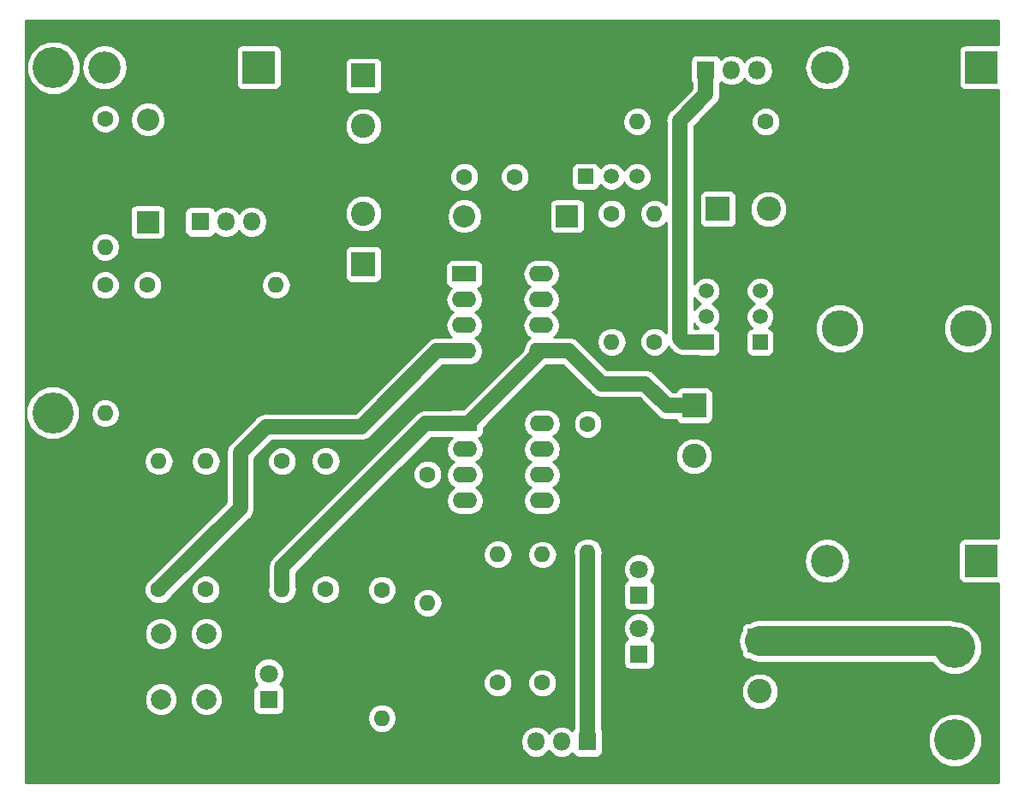
<source format=gbr>
%TF.GenerationSoftware,KiCad,Pcbnew,(5.0.2)-1*%
%TF.CreationDate,2019-01-28T10:12:54+09:00*%
%TF.ProjectId,12f675-mppt,31326636-3735-42d6-9d70-70742e6b6963,rev?*%
%TF.SameCoordinates,Original*%
%TF.FileFunction,Copper,L1,Top*%
%TF.FilePolarity,Positive*%
%FSLAX46Y46*%
G04 Gerber Fmt 4.6, Leading zero omitted, Abs format (unit mm)*
G04 Created by KiCad (PCBNEW (5.0.2)-1) date 2019-01-28 오전 10:12:54*
%MOMM*%
%LPD*%
G01*
G04 APERTURE LIST*
%ADD10C,2.400000*%
%ADD11R,2.400000X2.400000*%
%ADD12C,1.600000*%
%ADD13R,3.200000X3.200000*%
%ADD14O,3.200000X3.200000*%
%ADD15O,2.200000X2.200000*%
%ADD16R,2.200000X2.200000*%
%ADD17C,1.800000*%
%ADD18R,1.800000X1.800000*%
%ADD19R,2.400000X1.600000*%
%ADD20O,2.400000X1.600000*%
%ADD21C,3.600000*%
%ADD22O,1.800000X1.800000*%
%ADD23R,1.520000X1.520000*%
%ADD24C,1.520000*%
%ADD25O,1.600000X1.600000*%
%ADD26C,2.000000*%
%ADD27C,4.064000*%
%ADD28C,1.500000*%
%ADD29C,3.000000*%
%ADD30C,0.254000*%
G04 APERTURE END LIST*
D10*
X105516680Y-103374200D03*
D11*
X105516680Y-98374200D03*
X101371400Y-55610760D03*
D10*
X106371400Y-55610760D03*
X66309240Y-56066680D03*
D11*
X66309240Y-61066680D03*
D12*
X81291440Y-52420520D03*
X76291440Y-52420520D03*
D11*
X66309240Y-42407840D03*
D10*
X66309240Y-47407840D03*
D13*
X127441960Y-41595040D03*
D14*
X112201960Y-41595040D03*
X112166400Y-90449400D03*
D13*
X127406400Y-90449400D03*
D15*
X76306680Y-56332120D03*
D16*
X86466680Y-56332120D03*
D17*
X56936640Y-101615240D03*
D18*
X56936640Y-104155240D03*
D16*
X44988480Y-56906160D03*
D15*
X44988480Y-46746160D03*
D14*
X40716200Y-41600120D03*
D13*
X55956200Y-41600120D03*
D18*
X93573600Y-93822520D03*
D17*
X93573600Y-91282520D03*
X93573600Y-97124520D03*
D18*
X93573600Y-99664520D03*
D19*
X76291440Y-62057280D03*
D20*
X83911440Y-69677280D03*
X76291440Y-64597280D03*
X83911440Y-67137280D03*
X76291440Y-67137280D03*
X83911440Y-64597280D03*
X76291440Y-69677280D03*
X83911440Y-62057280D03*
D21*
X113400840Y-67447160D03*
X126100840Y-67447160D03*
D22*
X83393280Y-108371640D03*
X85933280Y-108371640D03*
D18*
X88473280Y-108371640D03*
X100182680Y-41879520D03*
D22*
X102722680Y-41879520D03*
X105262680Y-41879520D03*
D23*
X88295480Y-52390040D03*
D24*
X93375480Y-52390040D03*
X90835480Y-52390040D03*
D23*
X100218240Y-68798440D03*
D24*
X100218240Y-63718440D03*
X100218240Y-66258440D03*
X105552240Y-66258440D03*
X105552240Y-63718440D03*
D23*
X105552240Y-68798440D03*
D25*
X62580520Y-80563720D03*
D12*
X62580520Y-93263720D03*
X79598520Y-102514400D03*
D25*
X79598520Y-89814400D03*
D12*
X68143120Y-93314520D03*
D25*
X68143120Y-106014520D03*
X72649080Y-94599760D03*
D12*
X72649080Y-81899760D03*
D25*
X40782240Y-59405520D03*
D12*
X40782240Y-46705520D03*
X50723800Y-93299280D03*
D25*
X50723800Y-80599280D03*
D12*
X90860880Y-56062880D03*
D25*
X90860880Y-68762880D03*
X93385640Y-46964600D03*
D12*
X106085640Y-46964600D03*
X95092520Y-68783200D03*
D25*
X95092520Y-56083200D03*
X40782240Y-75854560D03*
D12*
X40782240Y-63154560D03*
D25*
X83992720Y-89834720D03*
D12*
X83992720Y-102534720D03*
X88498680Y-76890880D03*
D25*
X88498680Y-89590880D03*
D12*
X58267600Y-80584040D03*
D25*
X58267600Y-93284040D03*
X46070520Y-80599280D03*
D12*
X46070520Y-93299280D03*
D26*
X46283880Y-97660320D03*
X50783880Y-97660320D03*
X46283880Y-104160320D03*
X50783880Y-104160320D03*
D20*
X83977480Y-76875640D03*
X76357480Y-84495640D03*
X83977480Y-79415640D03*
X76357480Y-81955640D03*
X83977480Y-81955640D03*
X76357480Y-79415640D03*
X83977480Y-84495640D03*
D19*
X76357480Y-76875640D03*
D10*
X99024440Y-80087480D03*
D11*
X99024440Y-75087480D03*
D25*
X57673240Y-63139320D03*
D12*
X44973240Y-63139320D03*
D22*
X55245000Y-56896000D03*
X52705000Y-56896000D03*
D18*
X50165000Y-56896000D03*
D27*
X35666680Y-41630600D03*
X35590480Y-75798680D03*
X124790200Y-99054920D03*
X124790200Y-108204000D03*
D28*
X88498680Y-108346240D02*
X88473280Y-108371640D01*
X88498680Y-89590880D02*
X88498680Y-108346240D01*
X76713080Y-76875640D02*
X83911440Y-69677280D01*
X76357480Y-76875640D02*
X76713080Y-76875640D01*
X96324440Y-75087480D02*
X94160360Y-72923400D01*
X99024440Y-75087480D02*
X96324440Y-75087480D01*
X86611440Y-69677280D02*
X83911440Y-69677280D01*
X89857560Y-72923400D02*
X86611440Y-69677280D01*
X94160360Y-72923400D02*
X89857560Y-72923400D01*
X76357480Y-76875640D02*
X72461120Y-76875640D01*
X58267600Y-91069160D02*
X58267600Y-93284040D01*
X72461120Y-76875640D02*
X58267600Y-91069160D01*
X73591440Y-69677280D02*
X66083200Y-77185520D01*
X76291440Y-69677280D02*
X73591440Y-69677280D01*
X66083200Y-77185520D02*
X56713120Y-77185520D01*
X56713120Y-77185520D02*
X54152800Y-79745840D01*
X54152800Y-85217000D02*
X46070520Y-93299280D01*
X54152800Y-79745840D02*
X54152800Y-85217000D01*
X97958240Y-68798440D02*
X97617280Y-68457480D01*
X100218240Y-68798440D02*
X97958240Y-68798440D01*
X100182680Y-44279520D02*
X100182680Y-41879520D01*
X97617280Y-46844920D02*
X100182680Y-44279520D01*
X97617280Y-68457480D02*
X97617280Y-46844920D01*
D29*
X124109480Y-98374200D02*
X124790200Y-99054920D01*
X105516680Y-98374200D02*
X124109480Y-98374200D01*
D30*
G36*
X129098841Y-39358914D02*
X129041960Y-39347600D01*
X125841960Y-39347600D01*
X125594195Y-39396883D01*
X125384151Y-39537231D01*
X125243803Y-39747275D01*
X125194520Y-39995040D01*
X125194520Y-43195040D01*
X125243803Y-43442805D01*
X125384151Y-43652849D01*
X125594195Y-43793197D01*
X125841960Y-43842480D01*
X129041960Y-43842480D01*
X129098841Y-43831166D01*
X129098840Y-88220347D01*
X129006400Y-88201960D01*
X125806400Y-88201960D01*
X125558635Y-88251243D01*
X125348591Y-88391591D01*
X125208243Y-88601635D01*
X125158960Y-88849400D01*
X125158960Y-92049400D01*
X125208243Y-92297165D01*
X125348591Y-92507209D01*
X125558635Y-92647557D01*
X125806400Y-92696840D01*
X129006400Y-92696840D01*
X129098840Y-92678453D01*
X129098840Y-112411040D01*
X32917600Y-112411040D01*
X32917600Y-108371640D01*
X81828208Y-108371640D01*
X81947342Y-108970567D01*
X82286607Y-109478313D01*
X82794353Y-109817578D01*
X83242098Y-109906640D01*
X83544462Y-109906640D01*
X83992207Y-109817578D01*
X84499953Y-109478313D01*
X84663280Y-109233877D01*
X84826607Y-109478313D01*
X85334353Y-109817578D01*
X85782098Y-109906640D01*
X86084462Y-109906640D01*
X86532207Y-109817578D01*
X86976151Y-109520944D01*
X87115471Y-109729449D01*
X87325515Y-109869797D01*
X87573280Y-109919080D01*
X89373280Y-109919080D01*
X89621045Y-109869797D01*
X89831089Y-109729449D01*
X89971437Y-109519405D01*
X90020720Y-109271640D01*
X90020720Y-107673501D01*
X122123200Y-107673501D01*
X122123200Y-108734499D01*
X122529226Y-109714734D01*
X123279466Y-110464974D01*
X124259701Y-110871000D01*
X125320699Y-110871000D01*
X126300934Y-110464974D01*
X127051174Y-109714734D01*
X127457200Y-108734499D01*
X127457200Y-107673501D01*
X127051174Y-106693266D01*
X126300934Y-105943026D01*
X125320699Y-105537000D01*
X124259701Y-105537000D01*
X123279466Y-105943026D01*
X122529226Y-106693266D01*
X122123200Y-107673501D01*
X90020720Y-107673501D01*
X90020720Y-107471640D01*
X89971437Y-107223875D01*
X89883680Y-107092538D01*
X89883680Y-103009196D01*
X103681680Y-103009196D01*
X103681680Y-103739204D01*
X103961042Y-104413644D01*
X104477236Y-104929838D01*
X105151676Y-105209200D01*
X105881684Y-105209200D01*
X106556124Y-104929838D01*
X107072318Y-104413644D01*
X107351680Y-103739204D01*
X107351680Y-103009196D01*
X107072318Y-102334756D01*
X106556124Y-101818562D01*
X105881684Y-101539200D01*
X105151676Y-101539200D01*
X104477236Y-101818562D01*
X103961042Y-102334756D01*
X103681680Y-103009196D01*
X89883680Y-103009196D01*
X89883680Y-98764520D01*
X92026160Y-98764520D01*
X92026160Y-100564520D01*
X92075443Y-100812285D01*
X92215791Y-101022329D01*
X92425835Y-101162677D01*
X92673600Y-101211960D01*
X94473600Y-101211960D01*
X94721365Y-101162677D01*
X94931409Y-101022329D01*
X95071757Y-100812285D01*
X95121040Y-100564520D01*
X95121040Y-98764520D01*
X95071757Y-98516755D01*
X94976505Y-98374200D01*
X103339853Y-98374200D01*
X103505554Y-99207236D01*
X103669240Y-99452209D01*
X103669240Y-99574200D01*
X103718523Y-99821965D01*
X103858871Y-100032009D01*
X104068915Y-100172357D01*
X104316680Y-100221640D01*
X104438671Y-100221640D01*
X104683644Y-100385326D01*
X105306401Y-100509200D01*
X122505842Y-100509200D01*
X122529226Y-100565654D01*
X123279466Y-101315894D01*
X124259701Y-101721920D01*
X125320699Y-101721920D01*
X126300934Y-101315894D01*
X127051174Y-100565654D01*
X127457200Y-99585419D01*
X127457200Y-98524421D01*
X127051174Y-97544186D01*
X126300934Y-96793946D01*
X125320699Y-96387920D01*
X124979701Y-96387920D01*
X124942516Y-96363074D01*
X124319759Y-96239200D01*
X124319755Y-96239200D01*
X124109480Y-96197374D01*
X123899205Y-96239200D01*
X105306401Y-96239200D01*
X104683644Y-96363074D01*
X104438671Y-96526760D01*
X104316680Y-96526760D01*
X104068915Y-96576043D01*
X103858871Y-96716391D01*
X103718523Y-96926435D01*
X103669240Y-97174200D01*
X103669240Y-97296191D01*
X103505554Y-97541164D01*
X103339853Y-98374200D01*
X94976505Y-98374200D01*
X94931409Y-98306711D01*
X94721365Y-98166363D01*
X94705692Y-98163245D01*
X94874910Y-97994027D01*
X95108600Y-97429850D01*
X95108600Y-96819190D01*
X94874910Y-96255013D01*
X94443107Y-95823210D01*
X93878930Y-95589520D01*
X93268270Y-95589520D01*
X92704093Y-95823210D01*
X92272290Y-96255013D01*
X92038600Y-96819190D01*
X92038600Y-97429850D01*
X92272290Y-97994027D01*
X92441508Y-98163245D01*
X92425835Y-98166363D01*
X92215791Y-98306711D01*
X92075443Y-98516755D01*
X92026160Y-98764520D01*
X89883680Y-98764520D01*
X89883680Y-92922520D01*
X92026160Y-92922520D01*
X92026160Y-94722520D01*
X92075443Y-94970285D01*
X92215791Y-95180329D01*
X92425835Y-95320677D01*
X92673600Y-95369960D01*
X94473600Y-95369960D01*
X94721365Y-95320677D01*
X94931409Y-95180329D01*
X95071757Y-94970285D01*
X95121040Y-94722520D01*
X95121040Y-92922520D01*
X95071757Y-92674755D01*
X94931409Y-92464711D01*
X94721365Y-92324363D01*
X94705692Y-92321245D01*
X94874910Y-92152027D01*
X95108600Y-91587850D01*
X95108600Y-90977190D01*
X94889983Y-90449400D01*
X109887614Y-90449400D01*
X110061076Y-91321454D01*
X110555055Y-92060745D01*
X111294346Y-92554724D01*
X111946272Y-92684400D01*
X112386528Y-92684400D01*
X113038454Y-92554724D01*
X113777745Y-92060745D01*
X114271724Y-91321454D01*
X114445186Y-90449400D01*
X114271724Y-89577346D01*
X113777745Y-88838055D01*
X113038454Y-88344076D01*
X112386528Y-88214400D01*
X111946272Y-88214400D01*
X111294346Y-88344076D01*
X110555055Y-88838055D01*
X110061076Y-89577346D01*
X109887614Y-90449400D01*
X94889983Y-90449400D01*
X94874910Y-90413013D01*
X94443107Y-89981210D01*
X93878930Y-89747520D01*
X93268270Y-89747520D01*
X92704093Y-89981210D01*
X92272290Y-90413013D01*
X92038600Y-90977190D01*
X92038600Y-91587850D01*
X92272290Y-92152027D01*
X92441508Y-92321245D01*
X92425835Y-92324363D01*
X92215791Y-92464711D01*
X92075443Y-92674755D01*
X92026160Y-92922520D01*
X89883680Y-92922520D01*
X89883680Y-89983580D01*
X89961793Y-89590880D01*
X89850420Y-89030971D01*
X89533257Y-88556303D01*
X89058589Y-88239140D01*
X88640013Y-88155880D01*
X88357347Y-88155880D01*
X87938771Y-88239140D01*
X87464103Y-88556303D01*
X87146940Y-89030971D01*
X87035567Y-89590880D01*
X87113680Y-89983580D01*
X87113681Y-107016510D01*
X86976151Y-107222336D01*
X86532207Y-106925702D01*
X86084462Y-106836640D01*
X85782098Y-106836640D01*
X85334353Y-106925702D01*
X84826607Y-107264967D01*
X84663280Y-107509403D01*
X84499953Y-107264967D01*
X83992207Y-106925702D01*
X83544462Y-106836640D01*
X83242098Y-106836640D01*
X82794353Y-106925702D01*
X82286607Y-107264967D01*
X81947342Y-107772713D01*
X81828208Y-108371640D01*
X32917600Y-108371640D01*
X32917600Y-106014520D01*
X66680007Y-106014520D01*
X66791380Y-106574429D01*
X67108543Y-107049097D01*
X67583211Y-107366260D01*
X68001787Y-107449520D01*
X68284453Y-107449520D01*
X68703029Y-107366260D01*
X69177697Y-107049097D01*
X69494860Y-106574429D01*
X69606233Y-106014520D01*
X69494860Y-105454611D01*
X69177697Y-104979943D01*
X68703029Y-104662780D01*
X68284453Y-104579520D01*
X68001787Y-104579520D01*
X67583211Y-104662780D01*
X67108543Y-104979943D01*
X66791380Y-105454611D01*
X66680007Y-106014520D01*
X32917600Y-106014520D01*
X32917600Y-103835098D01*
X44648880Y-103835098D01*
X44648880Y-104485542D01*
X44897794Y-105086473D01*
X45357727Y-105546406D01*
X45958658Y-105795320D01*
X46609102Y-105795320D01*
X47210033Y-105546406D01*
X47669966Y-105086473D01*
X47918880Y-104485542D01*
X47918880Y-103835098D01*
X49148880Y-103835098D01*
X49148880Y-104485542D01*
X49397794Y-105086473D01*
X49857727Y-105546406D01*
X50458658Y-105795320D01*
X51109102Y-105795320D01*
X51710033Y-105546406D01*
X52169966Y-105086473D01*
X52418880Y-104485542D01*
X52418880Y-103835098D01*
X52178695Y-103255240D01*
X55389200Y-103255240D01*
X55389200Y-105055240D01*
X55438483Y-105303005D01*
X55578831Y-105513049D01*
X55788875Y-105653397D01*
X56036640Y-105702680D01*
X57836640Y-105702680D01*
X58084405Y-105653397D01*
X58294449Y-105513049D01*
X58434797Y-105303005D01*
X58484080Y-105055240D01*
X58484080Y-103255240D01*
X58434797Y-103007475D01*
X58294449Y-102797431D01*
X58084405Y-102657083D01*
X58068732Y-102653965D01*
X58237950Y-102484747D01*
X58343900Y-102228961D01*
X78163520Y-102228961D01*
X78163520Y-102799839D01*
X78381986Y-103327262D01*
X78785658Y-103730934D01*
X79313081Y-103949400D01*
X79883959Y-103949400D01*
X80411382Y-103730934D01*
X80815054Y-103327262D01*
X81033520Y-102799839D01*
X81033520Y-102249281D01*
X82557720Y-102249281D01*
X82557720Y-102820159D01*
X82776186Y-103347582D01*
X83179858Y-103751254D01*
X83707281Y-103969720D01*
X84278159Y-103969720D01*
X84805582Y-103751254D01*
X85209254Y-103347582D01*
X85427720Y-102820159D01*
X85427720Y-102249281D01*
X85209254Y-101721858D01*
X84805582Y-101318186D01*
X84278159Y-101099720D01*
X83707281Y-101099720D01*
X83179858Y-101318186D01*
X82776186Y-101721858D01*
X82557720Y-102249281D01*
X81033520Y-102249281D01*
X81033520Y-102228961D01*
X80815054Y-101701538D01*
X80411382Y-101297866D01*
X79883959Y-101079400D01*
X79313081Y-101079400D01*
X78785658Y-101297866D01*
X78381986Y-101701538D01*
X78163520Y-102228961D01*
X58343900Y-102228961D01*
X58471640Y-101920570D01*
X58471640Y-101309910D01*
X58237950Y-100745733D01*
X57806147Y-100313930D01*
X57241970Y-100080240D01*
X56631310Y-100080240D01*
X56067133Y-100313930D01*
X55635330Y-100745733D01*
X55401640Y-101309910D01*
X55401640Y-101920570D01*
X55635330Y-102484747D01*
X55804548Y-102653965D01*
X55788875Y-102657083D01*
X55578831Y-102797431D01*
X55438483Y-103007475D01*
X55389200Y-103255240D01*
X52178695Y-103255240D01*
X52169966Y-103234167D01*
X51710033Y-102774234D01*
X51109102Y-102525320D01*
X50458658Y-102525320D01*
X49857727Y-102774234D01*
X49397794Y-103234167D01*
X49148880Y-103835098D01*
X47918880Y-103835098D01*
X47669966Y-103234167D01*
X47210033Y-102774234D01*
X46609102Y-102525320D01*
X45958658Y-102525320D01*
X45357727Y-102774234D01*
X44897794Y-103234167D01*
X44648880Y-103835098D01*
X32917600Y-103835098D01*
X32917600Y-97335098D01*
X44648880Y-97335098D01*
X44648880Y-97985542D01*
X44897794Y-98586473D01*
X45357727Y-99046406D01*
X45958658Y-99295320D01*
X46609102Y-99295320D01*
X47210033Y-99046406D01*
X47669966Y-98586473D01*
X47918880Y-97985542D01*
X47918880Y-97335098D01*
X49148880Y-97335098D01*
X49148880Y-97985542D01*
X49397794Y-98586473D01*
X49857727Y-99046406D01*
X50458658Y-99295320D01*
X51109102Y-99295320D01*
X51710033Y-99046406D01*
X52169966Y-98586473D01*
X52418880Y-97985542D01*
X52418880Y-97335098D01*
X52169966Y-96734167D01*
X51710033Y-96274234D01*
X51109102Y-96025320D01*
X50458658Y-96025320D01*
X49857727Y-96274234D01*
X49397794Y-96734167D01*
X49148880Y-97335098D01*
X47918880Y-97335098D01*
X47669966Y-96734167D01*
X47210033Y-96274234D01*
X46609102Y-96025320D01*
X45958658Y-96025320D01*
X45357727Y-96274234D01*
X44897794Y-96734167D01*
X44648880Y-97335098D01*
X32917600Y-97335098D01*
X32917600Y-93013841D01*
X44635520Y-93013841D01*
X44635520Y-93584719D01*
X44853986Y-94112142D01*
X45257658Y-94515814D01*
X45785081Y-94734280D01*
X46355959Y-94734280D01*
X46883382Y-94515814D01*
X47287054Y-94112142D01*
X47337054Y-93991431D01*
X48314644Y-93013841D01*
X49288800Y-93013841D01*
X49288800Y-93584719D01*
X49507266Y-94112142D01*
X49910938Y-94515814D01*
X50438361Y-94734280D01*
X51009239Y-94734280D01*
X51536662Y-94515814D01*
X51940334Y-94112142D01*
X52158800Y-93584719D01*
X52158800Y-93284040D01*
X56804487Y-93284040D01*
X56915860Y-93843949D01*
X57233023Y-94318617D01*
X57707691Y-94635780D01*
X58126267Y-94719040D01*
X58408933Y-94719040D01*
X58827509Y-94635780D01*
X59302177Y-94318617D01*
X59619340Y-93843949D01*
X59730713Y-93284040D01*
X59669894Y-92978281D01*
X61145520Y-92978281D01*
X61145520Y-93549159D01*
X61363986Y-94076582D01*
X61767658Y-94480254D01*
X62295081Y-94698720D01*
X62865959Y-94698720D01*
X63393382Y-94480254D01*
X63797054Y-94076582D01*
X64015520Y-93549159D01*
X64015520Y-93029081D01*
X66708120Y-93029081D01*
X66708120Y-93599959D01*
X66926586Y-94127382D01*
X67330258Y-94531054D01*
X67857681Y-94749520D01*
X68428559Y-94749520D01*
X68790111Y-94599760D01*
X71185967Y-94599760D01*
X71297340Y-95159669D01*
X71614503Y-95634337D01*
X72089171Y-95951500D01*
X72507747Y-96034760D01*
X72790413Y-96034760D01*
X73208989Y-95951500D01*
X73683657Y-95634337D01*
X74000820Y-95159669D01*
X74112193Y-94599760D01*
X74000820Y-94039851D01*
X73683657Y-93565183D01*
X73208989Y-93248020D01*
X72790413Y-93164760D01*
X72507747Y-93164760D01*
X72089171Y-93248020D01*
X71614503Y-93565183D01*
X71297340Y-94039851D01*
X71185967Y-94599760D01*
X68790111Y-94599760D01*
X68955982Y-94531054D01*
X69359654Y-94127382D01*
X69578120Y-93599959D01*
X69578120Y-93029081D01*
X69359654Y-92501658D01*
X68955982Y-92097986D01*
X68428559Y-91879520D01*
X67857681Y-91879520D01*
X67330258Y-92097986D01*
X66926586Y-92501658D01*
X66708120Y-93029081D01*
X64015520Y-93029081D01*
X64015520Y-92978281D01*
X63797054Y-92450858D01*
X63393382Y-92047186D01*
X62865959Y-91828720D01*
X62295081Y-91828720D01*
X61767658Y-92047186D01*
X61363986Y-92450858D01*
X61145520Y-92978281D01*
X59669894Y-92978281D01*
X59652600Y-92891340D01*
X59652600Y-91642845D01*
X61481045Y-89814400D01*
X78135407Y-89814400D01*
X78246780Y-90374309D01*
X78563943Y-90848977D01*
X79038611Y-91166140D01*
X79457187Y-91249400D01*
X79739853Y-91249400D01*
X80158429Y-91166140D01*
X80633097Y-90848977D01*
X80950260Y-90374309D01*
X81057591Y-89834720D01*
X82529607Y-89834720D01*
X82640980Y-90394629D01*
X82958143Y-90869297D01*
X83432811Y-91186460D01*
X83851387Y-91269720D01*
X84134053Y-91269720D01*
X84552629Y-91186460D01*
X85027297Y-90869297D01*
X85344460Y-90394629D01*
X85455833Y-89834720D01*
X85344460Y-89274811D01*
X85027297Y-88800143D01*
X84552629Y-88482980D01*
X84134053Y-88399720D01*
X83851387Y-88399720D01*
X83432811Y-88482980D01*
X82958143Y-88800143D01*
X82640980Y-89274811D01*
X82529607Y-89834720D01*
X81057591Y-89834720D01*
X81061633Y-89814400D01*
X80950260Y-89254491D01*
X80633097Y-88779823D01*
X80158429Y-88462660D01*
X79739853Y-88379400D01*
X79457187Y-88379400D01*
X79038611Y-88462660D01*
X78563943Y-88779823D01*
X78246780Y-89254491D01*
X78135407Y-89814400D01*
X61481045Y-89814400D01*
X69681124Y-81614321D01*
X71214080Y-81614321D01*
X71214080Y-82185199D01*
X71432546Y-82712622D01*
X71836218Y-83116294D01*
X72363641Y-83334760D01*
X72934519Y-83334760D01*
X73461942Y-83116294D01*
X73865614Y-82712622D01*
X74084080Y-82185199D01*
X74084080Y-81614321D01*
X73865614Y-81086898D01*
X73461942Y-80683226D01*
X72934519Y-80464760D01*
X72363641Y-80464760D01*
X71836218Y-80683226D01*
X71432546Y-81086898D01*
X71214080Y-81614321D01*
X69681124Y-81614321D01*
X73034805Y-78260640D01*
X74890024Y-78260640D01*
X74909715Y-78273797D01*
X75043586Y-78300425D01*
X74922903Y-78381063D01*
X74605740Y-78855731D01*
X74494367Y-79415640D01*
X74605740Y-79975549D01*
X74922903Y-80450217D01*
X75275238Y-80685640D01*
X74922903Y-80921063D01*
X74605740Y-81395731D01*
X74494367Y-81955640D01*
X74605740Y-82515549D01*
X74922903Y-82990217D01*
X75275238Y-83225640D01*
X74922903Y-83461063D01*
X74605740Y-83935731D01*
X74494367Y-84495640D01*
X74605740Y-85055549D01*
X74922903Y-85530217D01*
X75397571Y-85847380D01*
X75816147Y-85930640D01*
X76898813Y-85930640D01*
X77317389Y-85847380D01*
X77792057Y-85530217D01*
X78109220Y-85055549D01*
X78220593Y-84495640D01*
X78109220Y-83935731D01*
X77792057Y-83461063D01*
X77439722Y-83225640D01*
X77792057Y-82990217D01*
X78109220Y-82515549D01*
X78220593Y-81955640D01*
X78109220Y-81395731D01*
X77792057Y-80921063D01*
X77439722Y-80685640D01*
X77792057Y-80450217D01*
X78109220Y-79975549D01*
X78220593Y-79415640D01*
X78109220Y-78855731D01*
X77792057Y-78381063D01*
X77671374Y-78300425D01*
X77805245Y-78273797D01*
X78015289Y-78133449D01*
X78155637Y-77923405D01*
X78204920Y-77675640D01*
X78204920Y-77342485D01*
X78671765Y-76875640D01*
X82114367Y-76875640D01*
X82225740Y-77435549D01*
X82542903Y-77910217D01*
X82895238Y-78145640D01*
X82542903Y-78381063D01*
X82225740Y-78855731D01*
X82114367Y-79415640D01*
X82225740Y-79975549D01*
X82542903Y-80450217D01*
X82895238Y-80685640D01*
X82542903Y-80921063D01*
X82225740Y-81395731D01*
X82114367Y-81955640D01*
X82225740Y-82515549D01*
X82542903Y-82990217D01*
X82895238Y-83225640D01*
X82542903Y-83461063D01*
X82225740Y-83935731D01*
X82114367Y-84495640D01*
X82225740Y-85055549D01*
X82542903Y-85530217D01*
X83017571Y-85847380D01*
X83436147Y-85930640D01*
X84518813Y-85930640D01*
X84937389Y-85847380D01*
X85412057Y-85530217D01*
X85729220Y-85055549D01*
X85840593Y-84495640D01*
X85729220Y-83935731D01*
X85412057Y-83461063D01*
X85059722Y-83225640D01*
X85412057Y-82990217D01*
X85729220Y-82515549D01*
X85840593Y-81955640D01*
X85729220Y-81395731D01*
X85412057Y-80921063D01*
X85059722Y-80685640D01*
X85412057Y-80450217D01*
X85729220Y-79975549D01*
X85779559Y-79722476D01*
X97189440Y-79722476D01*
X97189440Y-80452484D01*
X97468802Y-81126924D01*
X97984996Y-81643118D01*
X98659436Y-81922480D01*
X99389444Y-81922480D01*
X100063884Y-81643118D01*
X100580078Y-81126924D01*
X100859440Y-80452484D01*
X100859440Y-79722476D01*
X100580078Y-79048036D01*
X100063884Y-78531842D01*
X99389444Y-78252480D01*
X98659436Y-78252480D01*
X97984996Y-78531842D01*
X97468802Y-79048036D01*
X97189440Y-79722476D01*
X85779559Y-79722476D01*
X85840593Y-79415640D01*
X85729220Y-78855731D01*
X85412057Y-78381063D01*
X85059722Y-78145640D01*
X85412057Y-77910217D01*
X85729220Y-77435549D01*
X85840593Y-76875640D01*
X85786847Y-76605441D01*
X87063680Y-76605441D01*
X87063680Y-77176319D01*
X87282146Y-77703742D01*
X87685818Y-78107414D01*
X88213241Y-78325880D01*
X88784119Y-78325880D01*
X89311542Y-78107414D01*
X89715214Y-77703742D01*
X89933680Y-77176319D01*
X89933680Y-76605441D01*
X89715214Y-76078018D01*
X89311542Y-75674346D01*
X88784119Y-75455880D01*
X88213241Y-75455880D01*
X87685818Y-75674346D01*
X87282146Y-76078018D01*
X87063680Y-76605441D01*
X85786847Y-76605441D01*
X85729220Y-76315731D01*
X85412057Y-75841063D01*
X84937389Y-75523900D01*
X84518813Y-75440640D01*
X83436147Y-75440640D01*
X83017571Y-75523900D01*
X82542903Y-75841063D01*
X82225740Y-76315731D01*
X82114367Y-76875640D01*
X78671765Y-76875640D01*
X84435125Y-71112280D01*
X84452773Y-71112280D01*
X84704140Y-71062280D01*
X86037755Y-71062280D01*
X88781762Y-73806288D01*
X88859031Y-73921929D01*
X88974671Y-73999197D01*
X89317160Y-74228041D01*
X89857560Y-74335533D01*
X89993967Y-74308400D01*
X93586675Y-74308400D01*
X95248642Y-75970368D01*
X95325911Y-76086009D01*
X95784040Y-76392121D01*
X96188033Y-76472480D01*
X96324439Y-76499613D01*
X96460845Y-76472480D01*
X97213798Y-76472480D01*
X97226283Y-76535245D01*
X97366631Y-76745289D01*
X97576675Y-76885637D01*
X97824440Y-76934920D01*
X100224440Y-76934920D01*
X100472205Y-76885637D01*
X100682249Y-76745289D01*
X100822597Y-76535245D01*
X100871880Y-76287480D01*
X100871880Y-73887480D01*
X100822597Y-73639715D01*
X100682249Y-73429671D01*
X100472205Y-73289323D01*
X100224440Y-73240040D01*
X97824440Y-73240040D01*
X97576675Y-73289323D01*
X97366631Y-73429671D01*
X97226283Y-73639715D01*
X97213798Y-73702480D01*
X96898126Y-73702480D01*
X95236159Y-72040514D01*
X95158889Y-71924871D01*
X94700760Y-71618759D01*
X94296767Y-71538400D01*
X94160360Y-71511267D01*
X94023953Y-71538400D01*
X90431246Y-71538400D01*
X87687239Y-68794394D01*
X87666183Y-68762880D01*
X89397767Y-68762880D01*
X89509140Y-69322789D01*
X89826303Y-69797457D01*
X90300971Y-70114620D01*
X90719547Y-70197880D01*
X91002213Y-70197880D01*
X91420789Y-70114620D01*
X91895457Y-69797457D01*
X92212620Y-69322789D01*
X92323993Y-68762880D01*
X92212620Y-68202971D01*
X91895457Y-67728303D01*
X91420789Y-67411140D01*
X91002213Y-67327880D01*
X90719547Y-67327880D01*
X90300971Y-67411140D01*
X89826303Y-67728303D01*
X89509140Y-68202971D01*
X89397767Y-68762880D01*
X87666183Y-68762880D01*
X87609969Y-68678751D01*
X87151840Y-68372639D01*
X86747847Y-68292280D01*
X86611440Y-68265147D01*
X86475033Y-68292280D01*
X85165791Y-68292280D01*
X85346017Y-68171857D01*
X85663180Y-67697189D01*
X85774553Y-67137280D01*
X85663180Y-66577371D01*
X85346017Y-66102703D01*
X84993682Y-65867280D01*
X85346017Y-65631857D01*
X85663180Y-65157189D01*
X85774553Y-64597280D01*
X85663180Y-64037371D01*
X85346017Y-63562703D01*
X84993682Y-63327280D01*
X85346017Y-63091857D01*
X85663180Y-62617189D01*
X85774553Y-62057280D01*
X85663180Y-61497371D01*
X85346017Y-61022703D01*
X84871349Y-60705540D01*
X84452773Y-60622280D01*
X83370107Y-60622280D01*
X82951531Y-60705540D01*
X82476863Y-61022703D01*
X82159700Y-61497371D01*
X82048327Y-62057280D01*
X82159700Y-62617189D01*
X82476863Y-63091857D01*
X82829198Y-63327280D01*
X82476863Y-63562703D01*
X82159700Y-64037371D01*
X82048327Y-64597280D01*
X82159700Y-65157189D01*
X82476863Y-65631857D01*
X82829198Y-65867280D01*
X82476863Y-66102703D01*
X82159700Y-66577371D01*
X82048327Y-67137280D01*
X82159700Y-67697189D01*
X82476863Y-68171857D01*
X82829198Y-68407280D01*
X82476863Y-68642703D01*
X82159700Y-69117371D01*
X82072058Y-69557977D01*
X76201835Y-75428200D01*
X75157480Y-75428200D01*
X74909715Y-75477483D01*
X74890024Y-75490640D01*
X72597521Y-75490640D01*
X72461119Y-75463508D01*
X72324717Y-75490640D01*
X72324713Y-75490640D01*
X71920720Y-75570999D01*
X71462591Y-75877111D01*
X71385320Y-75992755D01*
X57384712Y-89993363D01*
X57269071Y-90070632D01*
X57191803Y-90186272D01*
X56962959Y-90528761D01*
X56855467Y-91069160D01*
X56882600Y-91205567D01*
X56882601Y-92891336D01*
X56804487Y-93284040D01*
X52158800Y-93284040D01*
X52158800Y-93013841D01*
X51940334Y-92486418D01*
X51536662Y-92082746D01*
X51009239Y-91864280D01*
X50438361Y-91864280D01*
X49910938Y-92082746D01*
X49507266Y-92486418D01*
X49288800Y-93013841D01*
X48314644Y-93013841D01*
X55035688Y-86292798D01*
X55151329Y-86215529D01*
X55457441Y-85757400D01*
X55537800Y-85353407D01*
X55564933Y-85217000D01*
X55537800Y-85080593D01*
X55537800Y-80319525D01*
X55558724Y-80298601D01*
X56832600Y-80298601D01*
X56832600Y-80869479D01*
X57051066Y-81396902D01*
X57454738Y-81800574D01*
X57982161Y-82019040D01*
X58553039Y-82019040D01*
X59080462Y-81800574D01*
X59484134Y-81396902D01*
X59702600Y-80869479D01*
X59702600Y-80563720D01*
X61117407Y-80563720D01*
X61228780Y-81123629D01*
X61545943Y-81598297D01*
X62020611Y-81915460D01*
X62439187Y-81998720D01*
X62721853Y-81998720D01*
X63140429Y-81915460D01*
X63615097Y-81598297D01*
X63932260Y-81123629D01*
X64043633Y-80563720D01*
X63932260Y-80003811D01*
X63615097Y-79529143D01*
X63140429Y-79211980D01*
X62721853Y-79128720D01*
X62439187Y-79128720D01*
X62020611Y-79211980D01*
X61545943Y-79529143D01*
X61228780Y-80003811D01*
X61117407Y-80563720D01*
X59702600Y-80563720D01*
X59702600Y-80298601D01*
X59484134Y-79771178D01*
X59080462Y-79367506D01*
X58553039Y-79149040D01*
X57982161Y-79149040D01*
X57454738Y-79367506D01*
X57051066Y-79771178D01*
X56832600Y-80298601D01*
X55558724Y-80298601D01*
X57286806Y-78570520D01*
X65946793Y-78570520D01*
X66083200Y-78597653D01*
X66219607Y-78570520D01*
X66623600Y-78490161D01*
X67081729Y-78184049D01*
X67158999Y-78068406D01*
X74165126Y-71062280D01*
X75498740Y-71062280D01*
X75750107Y-71112280D01*
X76832773Y-71112280D01*
X77251349Y-71029020D01*
X77726017Y-70711857D01*
X78043180Y-70237189D01*
X78154553Y-69677280D01*
X78043180Y-69117371D01*
X77726017Y-68642703D01*
X77373682Y-68407280D01*
X77726017Y-68171857D01*
X78043180Y-67697189D01*
X78154553Y-67137280D01*
X78043180Y-66577371D01*
X77726017Y-66102703D01*
X77373682Y-65867280D01*
X77726017Y-65631857D01*
X78043180Y-65157189D01*
X78154553Y-64597280D01*
X78043180Y-64037371D01*
X77726017Y-63562703D01*
X77605334Y-63482065D01*
X77739205Y-63455437D01*
X77949249Y-63315089D01*
X78089597Y-63105045D01*
X78138880Y-62857280D01*
X78138880Y-61257280D01*
X78089597Y-61009515D01*
X77949249Y-60799471D01*
X77739205Y-60659123D01*
X77491440Y-60609840D01*
X75091440Y-60609840D01*
X74843675Y-60659123D01*
X74633631Y-60799471D01*
X74493283Y-61009515D01*
X74444000Y-61257280D01*
X74444000Y-62857280D01*
X74493283Y-63105045D01*
X74633631Y-63315089D01*
X74843675Y-63455437D01*
X74977546Y-63482065D01*
X74856863Y-63562703D01*
X74539700Y-64037371D01*
X74428327Y-64597280D01*
X74539700Y-65157189D01*
X74856863Y-65631857D01*
X75209198Y-65867280D01*
X74856863Y-66102703D01*
X74539700Y-66577371D01*
X74428327Y-67137280D01*
X74539700Y-67697189D01*
X74856863Y-68171857D01*
X75037089Y-68292280D01*
X73727847Y-68292280D01*
X73591440Y-68265147D01*
X73455033Y-68292280D01*
X73051040Y-68372639D01*
X72592911Y-68678751D01*
X72515642Y-68794392D01*
X65509515Y-75800520D01*
X56849525Y-75800520D01*
X56713119Y-75773387D01*
X56576713Y-75800520D01*
X56172720Y-75880879D01*
X55714591Y-76186991D01*
X55637322Y-76302632D01*
X53269912Y-78670043D01*
X53154271Y-78747312D01*
X53077003Y-78862952D01*
X52848159Y-79205441D01*
X52740667Y-79745840D01*
X52767800Y-79882247D01*
X52767801Y-84643313D01*
X45378369Y-92032746D01*
X45257658Y-92082746D01*
X44853986Y-92486418D01*
X44635520Y-93013841D01*
X32917600Y-93013841D01*
X32917600Y-80599280D01*
X44607407Y-80599280D01*
X44718780Y-81159189D01*
X45035943Y-81633857D01*
X45510611Y-81951020D01*
X45929187Y-82034280D01*
X46211853Y-82034280D01*
X46630429Y-81951020D01*
X47105097Y-81633857D01*
X47422260Y-81159189D01*
X47533633Y-80599280D01*
X49260687Y-80599280D01*
X49372060Y-81159189D01*
X49689223Y-81633857D01*
X50163891Y-81951020D01*
X50582467Y-82034280D01*
X50865133Y-82034280D01*
X51283709Y-81951020D01*
X51758377Y-81633857D01*
X52075540Y-81159189D01*
X52186913Y-80599280D01*
X52075540Y-80039371D01*
X51758377Y-79564703D01*
X51283709Y-79247540D01*
X50865133Y-79164280D01*
X50582467Y-79164280D01*
X50163891Y-79247540D01*
X49689223Y-79564703D01*
X49372060Y-80039371D01*
X49260687Y-80599280D01*
X47533633Y-80599280D01*
X47422260Y-80039371D01*
X47105097Y-79564703D01*
X46630429Y-79247540D01*
X46211853Y-79164280D01*
X45929187Y-79164280D01*
X45510611Y-79247540D01*
X45035943Y-79564703D01*
X44718780Y-80039371D01*
X44607407Y-80599280D01*
X32917600Y-80599280D01*
X32917600Y-75268181D01*
X32923480Y-75268181D01*
X32923480Y-76329179D01*
X33329506Y-77309414D01*
X34079746Y-78059654D01*
X35059981Y-78465680D01*
X36120979Y-78465680D01*
X37101214Y-78059654D01*
X37851454Y-77309414D01*
X38257480Y-76329179D01*
X38257480Y-75854560D01*
X39319127Y-75854560D01*
X39430500Y-76414469D01*
X39747663Y-76889137D01*
X40222331Y-77206300D01*
X40640907Y-77289560D01*
X40923573Y-77289560D01*
X41342149Y-77206300D01*
X41816817Y-76889137D01*
X42133980Y-76414469D01*
X42245353Y-75854560D01*
X42133980Y-75294651D01*
X41816817Y-74819983D01*
X41342149Y-74502820D01*
X40923573Y-74419560D01*
X40640907Y-74419560D01*
X40222331Y-74502820D01*
X39747663Y-74819983D01*
X39430500Y-75294651D01*
X39319127Y-75854560D01*
X38257480Y-75854560D01*
X38257480Y-75268181D01*
X37851454Y-74287946D01*
X37101214Y-73537706D01*
X36120979Y-73131680D01*
X35059981Y-73131680D01*
X34079746Y-73537706D01*
X33329506Y-74287946D01*
X32923480Y-75268181D01*
X32917600Y-75268181D01*
X32917600Y-62869121D01*
X39347240Y-62869121D01*
X39347240Y-63439999D01*
X39565706Y-63967422D01*
X39969378Y-64371094D01*
X40496801Y-64589560D01*
X41067679Y-64589560D01*
X41595102Y-64371094D01*
X41998774Y-63967422D01*
X42217240Y-63439999D01*
X42217240Y-62869121D01*
X42210928Y-62853881D01*
X43538240Y-62853881D01*
X43538240Y-63424759D01*
X43756706Y-63952182D01*
X44160378Y-64355854D01*
X44687801Y-64574320D01*
X45258679Y-64574320D01*
X45786102Y-64355854D01*
X46189774Y-63952182D01*
X46408240Y-63424759D01*
X46408240Y-63139320D01*
X56210127Y-63139320D01*
X56321500Y-63699229D01*
X56638663Y-64173897D01*
X57113331Y-64491060D01*
X57531907Y-64574320D01*
X57814573Y-64574320D01*
X58233149Y-64491060D01*
X58707817Y-64173897D01*
X59024980Y-63699229D01*
X59136353Y-63139320D01*
X59024980Y-62579411D01*
X58707817Y-62104743D01*
X58233149Y-61787580D01*
X57814573Y-61704320D01*
X57531907Y-61704320D01*
X57113331Y-61787580D01*
X56638663Y-62104743D01*
X56321500Y-62579411D01*
X56210127Y-63139320D01*
X46408240Y-63139320D01*
X46408240Y-62853881D01*
X46189774Y-62326458D01*
X45786102Y-61922786D01*
X45258679Y-61704320D01*
X44687801Y-61704320D01*
X44160378Y-61922786D01*
X43756706Y-62326458D01*
X43538240Y-62853881D01*
X42210928Y-62853881D01*
X41998774Y-62341698D01*
X41595102Y-61938026D01*
X41067679Y-61719560D01*
X40496801Y-61719560D01*
X39969378Y-61938026D01*
X39565706Y-62341698D01*
X39347240Y-62869121D01*
X32917600Y-62869121D01*
X32917600Y-59405520D01*
X39319127Y-59405520D01*
X39430500Y-59965429D01*
X39747663Y-60440097D01*
X40222331Y-60757260D01*
X40640907Y-60840520D01*
X40923573Y-60840520D01*
X41342149Y-60757260D01*
X41816817Y-60440097D01*
X42133980Y-59965429D01*
X42153622Y-59866680D01*
X64461800Y-59866680D01*
X64461800Y-62266680D01*
X64511083Y-62514445D01*
X64651431Y-62724489D01*
X64861475Y-62864837D01*
X65109240Y-62914120D01*
X67509240Y-62914120D01*
X67757005Y-62864837D01*
X67967049Y-62724489D01*
X68107397Y-62514445D01*
X68156680Y-62266680D01*
X68156680Y-59866680D01*
X68107397Y-59618915D01*
X67967049Y-59408871D01*
X67757005Y-59268523D01*
X67509240Y-59219240D01*
X65109240Y-59219240D01*
X64861475Y-59268523D01*
X64651431Y-59408871D01*
X64511083Y-59618915D01*
X64461800Y-59866680D01*
X42153622Y-59866680D01*
X42245353Y-59405520D01*
X42133980Y-58845611D01*
X41816817Y-58370943D01*
X41342149Y-58053780D01*
X40923573Y-57970520D01*
X40640907Y-57970520D01*
X40222331Y-58053780D01*
X39747663Y-58370943D01*
X39430500Y-58845611D01*
X39319127Y-59405520D01*
X32917600Y-59405520D01*
X32917600Y-55806160D01*
X43241040Y-55806160D01*
X43241040Y-58006160D01*
X43290323Y-58253925D01*
X43430671Y-58463969D01*
X43640715Y-58604317D01*
X43888480Y-58653600D01*
X46088480Y-58653600D01*
X46336245Y-58604317D01*
X46546289Y-58463969D01*
X46686637Y-58253925D01*
X46735920Y-58006160D01*
X46735920Y-55996000D01*
X48617560Y-55996000D01*
X48617560Y-57796000D01*
X48666843Y-58043765D01*
X48807191Y-58253809D01*
X49017235Y-58394157D01*
X49265000Y-58443440D01*
X51065000Y-58443440D01*
X51312765Y-58394157D01*
X51522809Y-58253809D01*
X51662129Y-58045304D01*
X52106073Y-58341938D01*
X52553818Y-58431000D01*
X52856182Y-58431000D01*
X53303927Y-58341938D01*
X53811673Y-58002673D01*
X53975000Y-57758237D01*
X54138327Y-58002673D01*
X54646073Y-58341938D01*
X55093818Y-58431000D01*
X55396182Y-58431000D01*
X55843927Y-58341938D01*
X56351673Y-58002673D01*
X56690938Y-57494927D01*
X56810072Y-56896000D01*
X56690938Y-56297073D01*
X56351673Y-55789327D01*
X56220494Y-55701676D01*
X64474240Y-55701676D01*
X64474240Y-56431684D01*
X64753602Y-57106124D01*
X65269796Y-57622318D01*
X65944236Y-57901680D01*
X66674244Y-57901680D01*
X67348684Y-57622318D01*
X67864878Y-57106124D01*
X68144240Y-56431684D01*
X68144240Y-56332120D01*
X74537690Y-56332120D01*
X74672346Y-57009083D01*
X75055815Y-57582985D01*
X75629717Y-57966454D01*
X76135800Y-58067120D01*
X76477560Y-58067120D01*
X76983643Y-57966454D01*
X77557545Y-57582985D01*
X77941014Y-57009083D01*
X78075670Y-56332120D01*
X77941014Y-55655157D01*
X77658350Y-55232120D01*
X84719240Y-55232120D01*
X84719240Y-57432120D01*
X84768523Y-57679885D01*
X84908871Y-57889929D01*
X85118915Y-58030277D01*
X85366680Y-58079560D01*
X87566680Y-58079560D01*
X87814445Y-58030277D01*
X88024489Y-57889929D01*
X88164837Y-57679885D01*
X88214120Y-57432120D01*
X88214120Y-55777441D01*
X89425880Y-55777441D01*
X89425880Y-56348319D01*
X89644346Y-56875742D01*
X90048018Y-57279414D01*
X90575441Y-57497880D01*
X91146319Y-57497880D01*
X91673742Y-57279414D01*
X92077414Y-56875742D01*
X92295880Y-56348319D01*
X92295880Y-56083200D01*
X93629407Y-56083200D01*
X93740780Y-56643109D01*
X94057943Y-57117777D01*
X94532611Y-57434940D01*
X94951187Y-57518200D01*
X95233853Y-57518200D01*
X95652429Y-57434940D01*
X96127097Y-57117777D01*
X96232281Y-56960359D01*
X96232280Y-67893564D01*
X95905382Y-67566666D01*
X95377959Y-67348200D01*
X94807081Y-67348200D01*
X94279658Y-67566666D01*
X93875986Y-67970338D01*
X93657520Y-68497761D01*
X93657520Y-69068639D01*
X93875986Y-69596062D01*
X94279658Y-69999734D01*
X94807081Y-70218200D01*
X95377959Y-70218200D01*
X95905382Y-69999734D01*
X96309054Y-69596062D01*
X96463382Y-69223482D01*
X96618751Y-69456008D01*
X96734392Y-69533277D01*
X96882440Y-69681325D01*
X96959711Y-69796969D01*
X97417840Y-70103081D01*
X97821833Y-70183440D01*
X97958239Y-70210573D01*
X98094645Y-70183440D01*
X99345425Y-70183440D01*
X99458240Y-70205880D01*
X100978240Y-70205880D01*
X101226005Y-70156597D01*
X101436049Y-70016249D01*
X101576397Y-69806205D01*
X101625680Y-69558440D01*
X101625680Y-68822033D01*
X101630373Y-68798440D01*
X101625680Y-68774847D01*
X101625680Y-68038440D01*
X104144800Y-68038440D01*
X104144800Y-69558440D01*
X104194083Y-69806205D01*
X104334431Y-70016249D01*
X104544475Y-70156597D01*
X104792240Y-70205880D01*
X106312240Y-70205880D01*
X106560005Y-70156597D01*
X106770049Y-70016249D01*
X106910397Y-69806205D01*
X106959680Y-69558440D01*
X106959680Y-68038440D01*
X106910397Y-67790675D01*
X106770049Y-67580631D01*
X106560005Y-67440283D01*
X106379191Y-67404317D01*
X106734864Y-67048644D01*
X106770418Y-66962808D01*
X110965840Y-66962808D01*
X110965840Y-67931512D01*
X111336547Y-68826476D01*
X112021524Y-69511453D01*
X112916488Y-69882160D01*
X113885192Y-69882160D01*
X114780156Y-69511453D01*
X115465133Y-68826476D01*
X115835840Y-67931512D01*
X115835840Y-66962808D01*
X123665840Y-66962808D01*
X123665840Y-67931512D01*
X124036547Y-68826476D01*
X124721524Y-69511453D01*
X125616488Y-69882160D01*
X126585192Y-69882160D01*
X127480156Y-69511453D01*
X128165133Y-68826476D01*
X128535840Y-67931512D01*
X128535840Y-66962808D01*
X128165133Y-66067844D01*
X127480156Y-65382867D01*
X126585192Y-65012160D01*
X125616488Y-65012160D01*
X124721524Y-65382867D01*
X124036547Y-66067844D01*
X123665840Y-66962808D01*
X115835840Y-66962808D01*
X115465133Y-66067844D01*
X114780156Y-65382867D01*
X113885192Y-65012160D01*
X112916488Y-65012160D01*
X112021524Y-65382867D01*
X111336547Y-66067844D01*
X110965840Y-66962808D01*
X106770418Y-66962808D01*
X106947240Y-66535923D01*
X106947240Y-65980957D01*
X106734864Y-65468236D01*
X106342444Y-65075816D01*
X106131500Y-64988440D01*
X106342444Y-64901064D01*
X106734864Y-64508644D01*
X106947240Y-63995923D01*
X106947240Y-63440957D01*
X106734864Y-62928236D01*
X106342444Y-62535816D01*
X105829723Y-62323440D01*
X105274757Y-62323440D01*
X104762036Y-62535816D01*
X104369616Y-62928236D01*
X104157240Y-63440957D01*
X104157240Y-63995923D01*
X104369616Y-64508644D01*
X104762036Y-64901064D01*
X104972980Y-64988440D01*
X104762036Y-65075816D01*
X104369616Y-65468236D01*
X104157240Y-65980957D01*
X104157240Y-66535923D01*
X104369616Y-67048644D01*
X104725289Y-67404317D01*
X104544475Y-67440283D01*
X104334431Y-67580631D01*
X104194083Y-67790675D01*
X104144800Y-68038440D01*
X101625680Y-68038440D01*
X101576397Y-67790675D01*
X101436049Y-67580631D01*
X101226005Y-67440283D01*
X101045191Y-67404317D01*
X101400864Y-67048644D01*
X101613240Y-66535923D01*
X101613240Y-65980957D01*
X101400864Y-65468236D01*
X101008444Y-65075816D01*
X100797500Y-64988440D01*
X101008444Y-64901064D01*
X101400864Y-64508644D01*
X101613240Y-63995923D01*
X101613240Y-63440957D01*
X101400864Y-62928236D01*
X101008444Y-62535816D01*
X100495723Y-62323440D01*
X99940757Y-62323440D01*
X99428036Y-62535816D01*
X99035616Y-62928236D01*
X99002280Y-63008716D01*
X99002280Y-54410760D01*
X99523960Y-54410760D01*
X99523960Y-56810760D01*
X99573243Y-57058525D01*
X99713591Y-57268569D01*
X99923635Y-57408917D01*
X100171400Y-57458200D01*
X102571400Y-57458200D01*
X102819165Y-57408917D01*
X103029209Y-57268569D01*
X103169557Y-57058525D01*
X103218840Y-56810760D01*
X103218840Y-55245756D01*
X104536400Y-55245756D01*
X104536400Y-55975764D01*
X104815762Y-56650204D01*
X105331956Y-57166398D01*
X106006396Y-57445760D01*
X106736404Y-57445760D01*
X107410844Y-57166398D01*
X107927038Y-56650204D01*
X108206400Y-55975764D01*
X108206400Y-55245756D01*
X107927038Y-54571316D01*
X107410844Y-54055122D01*
X106736404Y-53775760D01*
X106006396Y-53775760D01*
X105331956Y-54055122D01*
X104815762Y-54571316D01*
X104536400Y-55245756D01*
X103218840Y-55245756D01*
X103218840Y-54410760D01*
X103169557Y-54162995D01*
X103029209Y-53952951D01*
X102819165Y-53812603D01*
X102571400Y-53763320D01*
X100171400Y-53763320D01*
X99923635Y-53812603D01*
X99713591Y-53952951D01*
X99573243Y-54162995D01*
X99523960Y-54410760D01*
X99002280Y-54410760D01*
X99002280Y-47418605D01*
X99741724Y-46679161D01*
X104650640Y-46679161D01*
X104650640Y-47250039D01*
X104869106Y-47777462D01*
X105272778Y-48181134D01*
X105800201Y-48399600D01*
X106371079Y-48399600D01*
X106898502Y-48181134D01*
X107302174Y-47777462D01*
X107520640Y-47250039D01*
X107520640Y-46679161D01*
X107302174Y-46151738D01*
X106898502Y-45748066D01*
X106371079Y-45529600D01*
X105800201Y-45529600D01*
X105272778Y-45748066D01*
X104869106Y-46151738D01*
X104650640Y-46679161D01*
X99741724Y-46679161D01*
X101065567Y-45355318D01*
X101181208Y-45278049D01*
X101487321Y-44819920D01*
X101567680Y-44415927D01*
X101567680Y-44415923D01*
X101594812Y-44279521D01*
X101567680Y-44143119D01*
X101567680Y-43196635D01*
X101679809Y-43028824D01*
X102123753Y-43325458D01*
X102571498Y-43414520D01*
X102873862Y-43414520D01*
X103321607Y-43325458D01*
X103829353Y-42986193D01*
X103992680Y-42741757D01*
X104156007Y-42986193D01*
X104663753Y-43325458D01*
X105111498Y-43414520D01*
X105413862Y-43414520D01*
X105861607Y-43325458D01*
X106369353Y-42986193D01*
X106708618Y-42478447D01*
X106827752Y-41879520D01*
X106771166Y-41595040D01*
X109923174Y-41595040D01*
X110096636Y-42467094D01*
X110590615Y-43206385D01*
X111329906Y-43700364D01*
X111981832Y-43830040D01*
X112422088Y-43830040D01*
X113074014Y-43700364D01*
X113813305Y-43206385D01*
X114307284Y-42467094D01*
X114480746Y-41595040D01*
X114307284Y-40722986D01*
X113813305Y-39983695D01*
X113074014Y-39489716D01*
X112422088Y-39360040D01*
X111981832Y-39360040D01*
X111329906Y-39489716D01*
X110590615Y-39983695D01*
X110096636Y-40722986D01*
X109923174Y-41595040D01*
X106771166Y-41595040D01*
X106708618Y-41280593D01*
X106369353Y-40772847D01*
X105861607Y-40433582D01*
X105413862Y-40344520D01*
X105111498Y-40344520D01*
X104663753Y-40433582D01*
X104156007Y-40772847D01*
X103992680Y-41017283D01*
X103829353Y-40772847D01*
X103321607Y-40433582D01*
X102873862Y-40344520D01*
X102571498Y-40344520D01*
X102123753Y-40433582D01*
X101679809Y-40730216D01*
X101540489Y-40521711D01*
X101330445Y-40381363D01*
X101082680Y-40332080D01*
X99282680Y-40332080D01*
X99034915Y-40381363D01*
X98824871Y-40521711D01*
X98684523Y-40731755D01*
X98635240Y-40979520D01*
X98635240Y-42779520D01*
X98684523Y-43027285D01*
X98797680Y-43196636D01*
X98797680Y-43705835D01*
X96734393Y-45769122D01*
X96618752Y-45846391D01*
X96541483Y-45962032D01*
X96312639Y-46304521D01*
X96205147Y-46844920D01*
X96232281Y-46981332D01*
X96232281Y-55206041D01*
X96127097Y-55048623D01*
X95652429Y-54731460D01*
X95233853Y-54648200D01*
X94951187Y-54648200D01*
X94532611Y-54731460D01*
X94057943Y-55048623D01*
X93740780Y-55523291D01*
X93629407Y-56083200D01*
X92295880Y-56083200D01*
X92295880Y-55777441D01*
X92077414Y-55250018D01*
X91673742Y-54846346D01*
X91146319Y-54627880D01*
X90575441Y-54627880D01*
X90048018Y-54846346D01*
X89644346Y-55250018D01*
X89425880Y-55777441D01*
X88214120Y-55777441D01*
X88214120Y-55232120D01*
X88164837Y-54984355D01*
X88024489Y-54774311D01*
X87814445Y-54633963D01*
X87566680Y-54584680D01*
X85366680Y-54584680D01*
X85118915Y-54633963D01*
X84908871Y-54774311D01*
X84768523Y-54984355D01*
X84719240Y-55232120D01*
X77658350Y-55232120D01*
X77557545Y-55081255D01*
X76983643Y-54697786D01*
X76477560Y-54597120D01*
X76135800Y-54597120D01*
X75629717Y-54697786D01*
X75055815Y-55081255D01*
X74672346Y-55655157D01*
X74537690Y-56332120D01*
X68144240Y-56332120D01*
X68144240Y-55701676D01*
X67864878Y-55027236D01*
X67348684Y-54511042D01*
X66674244Y-54231680D01*
X65944236Y-54231680D01*
X65269796Y-54511042D01*
X64753602Y-55027236D01*
X64474240Y-55701676D01*
X56220494Y-55701676D01*
X55843927Y-55450062D01*
X55396182Y-55361000D01*
X55093818Y-55361000D01*
X54646073Y-55450062D01*
X54138327Y-55789327D01*
X53975000Y-56033763D01*
X53811673Y-55789327D01*
X53303927Y-55450062D01*
X52856182Y-55361000D01*
X52553818Y-55361000D01*
X52106073Y-55450062D01*
X51662129Y-55746696D01*
X51522809Y-55538191D01*
X51312765Y-55397843D01*
X51065000Y-55348560D01*
X49265000Y-55348560D01*
X49017235Y-55397843D01*
X48807191Y-55538191D01*
X48666843Y-55748235D01*
X48617560Y-55996000D01*
X46735920Y-55996000D01*
X46735920Y-55806160D01*
X46686637Y-55558395D01*
X46546289Y-55348351D01*
X46336245Y-55208003D01*
X46088480Y-55158720D01*
X43888480Y-55158720D01*
X43640715Y-55208003D01*
X43430671Y-55348351D01*
X43290323Y-55558395D01*
X43241040Y-55806160D01*
X32917600Y-55806160D01*
X32917600Y-52135081D01*
X74856440Y-52135081D01*
X74856440Y-52705959D01*
X75074906Y-53233382D01*
X75478578Y-53637054D01*
X76006001Y-53855520D01*
X76576879Y-53855520D01*
X77104302Y-53637054D01*
X77507974Y-53233382D01*
X77726440Y-52705959D01*
X77726440Y-52135081D01*
X79856440Y-52135081D01*
X79856440Y-52705959D01*
X80074906Y-53233382D01*
X80478578Y-53637054D01*
X81006001Y-53855520D01*
X81576879Y-53855520D01*
X82104302Y-53637054D01*
X82507974Y-53233382D01*
X82726440Y-52705959D01*
X82726440Y-52135081D01*
X82517245Y-51630040D01*
X86888040Y-51630040D01*
X86888040Y-53150040D01*
X86937323Y-53397805D01*
X87077671Y-53607849D01*
X87287715Y-53748197D01*
X87535480Y-53797480D01*
X89055480Y-53797480D01*
X89303245Y-53748197D01*
X89513289Y-53607849D01*
X89653637Y-53397805D01*
X89689603Y-53216991D01*
X90045276Y-53572664D01*
X90557997Y-53785040D01*
X91112963Y-53785040D01*
X91625684Y-53572664D01*
X92018104Y-53180244D01*
X92105480Y-52969300D01*
X92192856Y-53180244D01*
X92585276Y-53572664D01*
X93097997Y-53785040D01*
X93652963Y-53785040D01*
X94165684Y-53572664D01*
X94558104Y-53180244D01*
X94770480Y-52667523D01*
X94770480Y-52112557D01*
X94558104Y-51599836D01*
X94165684Y-51207416D01*
X93652963Y-50995040D01*
X93097997Y-50995040D01*
X92585276Y-51207416D01*
X92192856Y-51599836D01*
X92105480Y-51810780D01*
X92018104Y-51599836D01*
X91625684Y-51207416D01*
X91112963Y-50995040D01*
X90557997Y-50995040D01*
X90045276Y-51207416D01*
X89689603Y-51563089D01*
X89653637Y-51382275D01*
X89513289Y-51172231D01*
X89303245Y-51031883D01*
X89055480Y-50982600D01*
X87535480Y-50982600D01*
X87287715Y-51031883D01*
X87077671Y-51172231D01*
X86937323Y-51382275D01*
X86888040Y-51630040D01*
X82517245Y-51630040D01*
X82507974Y-51607658D01*
X82104302Y-51203986D01*
X81576879Y-50985520D01*
X81006001Y-50985520D01*
X80478578Y-51203986D01*
X80074906Y-51607658D01*
X79856440Y-52135081D01*
X77726440Y-52135081D01*
X77507974Y-51607658D01*
X77104302Y-51203986D01*
X76576879Y-50985520D01*
X76006001Y-50985520D01*
X75478578Y-51203986D01*
X75074906Y-51607658D01*
X74856440Y-52135081D01*
X32917600Y-52135081D01*
X32917600Y-46420081D01*
X39347240Y-46420081D01*
X39347240Y-46990959D01*
X39565706Y-47518382D01*
X39969378Y-47922054D01*
X40496801Y-48140520D01*
X41067679Y-48140520D01*
X41595102Y-47922054D01*
X41998774Y-47518382D01*
X42217240Y-46990959D01*
X42217240Y-46746160D01*
X43219490Y-46746160D01*
X43354146Y-47423123D01*
X43737615Y-47997025D01*
X44311517Y-48380494D01*
X44817600Y-48481160D01*
X45159360Y-48481160D01*
X45665443Y-48380494D01*
X46239345Y-47997025D01*
X46622814Y-47423123D01*
X46698457Y-47042836D01*
X64474240Y-47042836D01*
X64474240Y-47772844D01*
X64753602Y-48447284D01*
X65269796Y-48963478D01*
X65944236Y-49242840D01*
X66674244Y-49242840D01*
X67348684Y-48963478D01*
X67864878Y-48447284D01*
X68144240Y-47772844D01*
X68144240Y-47042836D01*
X68111834Y-46964600D01*
X91922527Y-46964600D01*
X92033900Y-47524509D01*
X92351063Y-47999177D01*
X92825731Y-48316340D01*
X93244307Y-48399600D01*
X93526973Y-48399600D01*
X93945549Y-48316340D01*
X94420217Y-47999177D01*
X94737380Y-47524509D01*
X94848753Y-46964600D01*
X94737380Y-46404691D01*
X94420217Y-45930023D01*
X93945549Y-45612860D01*
X93526973Y-45529600D01*
X93244307Y-45529600D01*
X92825731Y-45612860D01*
X92351063Y-45930023D01*
X92033900Y-46404691D01*
X91922527Y-46964600D01*
X68111834Y-46964600D01*
X67864878Y-46368396D01*
X67348684Y-45852202D01*
X66674244Y-45572840D01*
X65944236Y-45572840D01*
X65269796Y-45852202D01*
X64753602Y-46368396D01*
X64474240Y-47042836D01*
X46698457Y-47042836D01*
X46757470Y-46746160D01*
X46622814Y-46069197D01*
X46239345Y-45495295D01*
X45665443Y-45111826D01*
X45159360Y-45011160D01*
X44817600Y-45011160D01*
X44311517Y-45111826D01*
X43737615Y-45495295D01*
X43354146Y-46069197D01*
X43219490Y-46746160D01*
X42217240Y-46746160D01*
X42217240Y-46420081D01*
X41998774Y-45892658D01*
X41595102Y-45488986D01*
X41067679Y-45270520D01*
X40496801Y-45270520D01*
X39969378Y-45488986D01*
X39565706Y-45892658D01*
X39347240Y-46420081D01*
X32917600Y-46420081D01*
X32917600Y-41100101D01*
X32999680Y-41100101D01*
X32999680Y-42161099D01*
X33405706Y-43141334D01*
X34155946Y-43891574D01*
X35136181Y-44297600D01*
X36197179Y-44297600D01*
X37177414Y-43891574D01*
X37927654Y-43141334D01*
X38333680Y-42161099D01*
X38333680Y-41600120D01*
X38437414Y-41600120D01*
X38610876Y-42472174D01*
X39104855Y-43211465D01*
X39844146Y-43705444D01*
X40496072Y-43835120D01*
X40936328Y-43835120D01*
X41588254Y-43705444D01*
X42327545Y-43211465D01*
X42821524Y-42472174D01*
X42994986Y-41600120D01*
X42821524Y-40728066D01*
X42335126Y-40000120D01*
X53708760Y-40000120D01*
X53708760Y-43200120D01*
X53758043Y-43447885D01*
X53898391Y-43657929D01*
X54108435Y-43798277D01*
X54356200Y-43847560D01*
X57556200Y-43847560D01*
X57803965Y-43798277D01*
X58014009Y-43657929D01*
X58154357Y-43447885D01*
X58203640Y-43200120D01*
X58203640Y-41207840D01*
X64461800Y-41207840D01*
X64461800Y-43607840D01*
X64511083Y-43855605D01*
X64651431Y-44065649D01*
X64861475Y-44205997D01*
X65109240Y-44255280D01*
X67509240Y-44255280D01*
X67757005Y-44205997D01*
X67967049Y-44065649D01*
X68107397Y-43855605D01*
X68156680Y-43607840D01*
X68156680Y-41207840D01*
X68107397Y-40960075D01*
X67967049Y-40750031D01*
X67757005Y-40609683D01*
X67509240Y-40560400D01*
X65109240Y-40560400D01*
X64861475Y-40609683D01*
X64651431Y-40750031D01*
X64511083Y-40960075D01*
X64461800Y-41207840D01*
X58203640Y-41207840D01*
X58203640Y-40000120D01*
X58154357Y-39752355D01*
X58014009Y-39542311D01*
X57803965Y-39401963D01*
X57556200Y-39352680D01*
X54356200Y-39352680D01*
X54108435Y-39401963D01*
X53898391Y-39542311D01*
X53758043Y-39752355D01*
X53708760Y-40000120D01*
X42335126Y-40000120D01*
X42327545Y-39988775D01*
X41588254Y-39494796D01*
X40936328Y-39365120D01*
X40496072Y-39365120D01*
X39844146Y-39494796D01*
X39104855Y-39988775D01*
X38610876Y-40728066D01*
X38437414Y-41600120D01*
X38333680Y-41600120D01*
X38333680Y-41100101D01*
X37927654Y-40119866D01*
X37177414Y-39369626D01*
X36197179Y-38963600D01*
X35136181Y-38963600D01*
X34155946Y-39369626D01*
X33405706Y-40119866D01*
X32999680Y-41100101D01*
X32917600Y-41100101D01*
X32917600Y-36956200D01*
X129098841Y-36956200D01*
X129098841Y-39358914D01*
X129098841Y-39358914D01*
G37*
X129098841Y-39358914D02*
X129041960Y-39347600D01*
X125841960Y-39347600D01*
X125594195Y-39396883D01*
X125384151Y-39537231D01*
X125243803Y-39747275D01*
X125194520Y-39995040D01*
X125194520Y-43195040D01*
X125243803Y-43442805D01*
X125384151Y-43652849D01*
X125594195Y-43793197D01*
X125841960Y-43842480D01*
X129041960Y-43842480D01*
X129098841Y-43831166D01*
X129098840Y-88220347D01*
X129006400Y-88201960D01*
X125806400Y-88201960D01*
X125558635Y-88251243D01*
X125348591Y-88391591D01*
X125208243Y-88601635D01*
X125158960Y-88849400D01*
X125158960Y-92049400D01*
X125208243Y-92297165D01*
X125348591Y-92507209D01*
X125558635Y-92647557D01*
X125806400Y-92696840D01*
X129006400Y-92696840D01*
X129098840Y-92678453D01*
X129098840Y-112411040D01*
X32917600Y-112411040D01*
X32917600Y-108371640D01*
X81828208Y-108371640D01*
X81947342Y-108970567D01*
X82286607Y-109478313D01*
X82794353Y-109817578D01*
X83242098Y-109906640D01*
X83544462Y-109906640D01*
X83992207Y-109817578D01*
X84499953Y-109478313D01*
X84663280Y-109233877D01*
X84826607Y-109478313D01*
X85334353Y-109817578D01*
X85782098Y-109906640D01*
X86084462Y-109906640D01*
X86532207Y-109817578D01*
X86976151Y-109520944D01*
X87115471Y-109729449D01*
X87325515Y-109869797D01*
X87573280Y-109919080D01*
X89373280Y-109919080D01*
X89621045Y-109869797D01*
X89831089Y-109729449D01*
X89971437Y-109519405D01*
X90020720Y-109271640D01*
X90020720Y-107673501D01*
X122123200Y-107673501D01*
X122123200Y-108734499D01*
X122529226Y-109714734D01*
X123279466Y-110464974D01*
X124259701Y-110871000D01*
X125320699Y-110871000D01*
X126300934Y-110464974D01*
X127051174Y-109714734D01*
X127457200Y-108734499D01*
X127457200Y-107673501D01*
X127051174Y-106693266D01*
X126300934Y-105943026D01*
X125320699Y-105537000D01*
X124259701Y-105537000D01*
X123279466Y-105943026D01*
X122529226Y-106693266D01*
X122123200Y-107673501D01*
X90020720Y-107673501D01*
X90020720Y-107471640D01*
X89971437Y-107223875D01*
X89883680Y-107092538D01*
X89883680Y-103009196D01*
X103681680Y-103009196D01*
X103681680Y-103739204D01*
X103961042Y-104413644D01*
X104477236Y-104929838D01*
X105151676Y-105209200D01*
X105881684Y-105209200D01*
X106556124Y-104929838D01*
X107072318Y-104413644D01*
X107351680Y-103739204D01*
X107351680Y-103009196D01*
X107072318Y-102334756D01*
X106556124Y-101818562D01*
X105881684Y-101539200D01*
X105151676Y-101539200D01*
X104477236Y-101818562D01*
X103961042Y-102334756D01*
X103681680Y-103009196D01*
X89883680Y-103009196D01*
X89883680Y-98764520D01*
X92026160Y-98764520D01*
X92026160Y-100564520D01*
X92075443Y-100812285D01*
X92215791Y-101022329D01*
X92425835Y-101162677D01*
X92673600Y-101211960D01*
X94473600Y-101211960D01*
X94721365Y-101162677D01*
X94931409Y-101022329D01*
X95071757Y-100812285D01*
X95121040Y-100564520D01*
X95121040Y-98764520D01*
X95071757Y-98516755D01*
X94976505Y-98374200D01*
X103339853Y-98374200D01*
X103505554Y-99207236D01*
X103669240Y-99452209D01*
X103669240Y-99574200D01*
X103718523Y-99821965D01*
X103858871Y-100032009D01*
X104068915Y-100172357D01*
X104316680Y-100221640D01*
X104438671Y-100221640D01*
X104683644Y-100385326D01*
X105306401Y-100509200D01*
X122505842Y-100509200D01*
X122529226Y-100565654D01*
X123279466Y-101315894D01*
X124259701Y-101721920D01*
X125320699Y-101721920D01*
X126300934Y-101315894D01*
X127051174Y-100565654D01*
X127457200Y-99585419D01*
X127457200Y-98524421D01*
X127051174Y-97544186D01*
X126300934Y-96793946D01*
X125320699Y-96387920D01*
X124979701Y-96387920D01*
X124942516Y-96363074D01*
X124319759Y-96239200D01*
X124319755Y-96239200D01*
X124109480Y-96197374D01*
X123899205Y-96239200D01*
X105306401Y-96239200D01*
X104683644Y-96363074D01*
X104438671Y-96526760D01*
X104316680Y-96526760D01*
X104068915Y-96576043D01*
X103858871Y-96716391D01*
X103718523Y-96926435D01*
X103669240Y-97174200D01*
X103669240Y-97296191D01*
X103505554Y-97541164D01*
X103339853Y-98374200D01*
X94976505Y-98374200D01*
X94931409Y-98306711D01*
X94721365Y-98166363D01*
X94705692Y-98163245D01*
X94874910Y-97994027D01*
X95108600Y-97429850D01*
X95108600Y-96819190D01*
X94874910Y-96255013D01*
X94443107Y-95823210D01*
X93878930Y-95589520D01*
X93268270Y-95589520D01*
X92704093Y-95823210D01*
X92272290Y-96255013D01*
X92038600Y-96819190D01*
X92038600Y-97429850D01*
X92272290Y-97994027D01*
X92441508Y-98163245D01*
X92425835Y-98166363D01*
X92215791Y-98306711D01*
X92075443Y-98516755D01*
X92026160Y-98764520D01*
X89883680Y-98764520D01*
X89883680Y-92922520D01*
X92026160Y-92922520D01*
X92026160Y-94722520D01*
X92075443Y-94970285D01*
X92215791Y-95180329D01*
X92425835Y-95320677D01*
X92673600Y-95369960D01*
X94473600Y-95369960D01*
X94721365Y-95320677D01*
X94931409Y-95180329D01*
X95071757Y-94970285D01*
X95121040Y-94722520D01*
X95121040Y-92922520D01*
X95071757Y-92674755D01*
X94931409Y-92464711D01*
X94721365Y-92324363D01*
X94705692Y-92321245D01*
X94874910Y-92152027D01*
X95108600Y-91587850D01*
X95108600Y-90977190D01*
X94889983Y-90449400D01*
X109887614Y-90449400D01*
X110061076Y-91321454D01*
X110555055Y-92060745D01*
X111294346Y-92554724D01*
X111946272Y-92684400D01*
X112386528Y-92684400D01*
X113038454Y-92554724D01*
X113777745Y-92060745D01*
X114271724Y-91321454D01*
X114445186Y-90449400D01*
X114271724Y-89577346D01*
X113777745Y-88838055D01*
X113038454Y-88344076D01*
X112386528Y-88214400D01*
X111946272Y-88214400D01*
X111294346Y-88344076D01*
X110555055Y-88838055D01*
X110061076Y-89577346D01*
X109887614Y-90449400D01*
X94889983Y-90449400D01*
X94874910Y-90413013D01*
X94443107Y-89981210D01*
X93878930Y-89747520D01*
X93268270Y-89747520D01*
X92704093Y-89981210D01*
X92272290Y-90413013D01*
X92038600Y-90977190D01*
X92038600Y-91587850D01*
X92272290Y-92152027D01*
X92441508Y-92321245D01*
X92425835Y-92324363D01*
X92215791Y-92464711D01*
X92075443Y-92674755D01*
X92026160Y-92922520D01*
X89883680Y-92922520D01*
X89883680Y-89983580D01*
X89961793Y-89590880D01*
X89850420Y-89030971D01*
X89533257Y-88556303D01*
X89058589Y-88239140D01*
X88640013Y-88155880D01*
X88357347Y-88155880D01*
X87938771Y-88239140D01*
X87464103Y-88556303D01*
X87146940Y-89030971D01*
X87035567Y-89590880D01*
X87113680Y-89983580D01*
X87113681Y-107016510D01*
X86976151Y-107222336D01*
X86532207Y-106925702D01*
X86084462Y-106836640D01*
X85782098Y-106836640D01*
X85334353Y-106925702D01*
X84826607Y-107264967D01*
X84663280Y-107509403D01*
X84499953Y-107264967D01*
X83992207Y-106925702D01*
X83544462Y-106836640D01*
X83242098Y-106836640D01*
X82794353Y-106925702D01*
X82286607Y-107264967D01*
X81947342Y-107772713D01*
X81828208Y-108371640D01*
X32917600Y-108371640D01*
X32917600Y-106014520D01*
X66680007Y-106014520D01*
X66791380Y-106574429D01*
X67108543Y-107049097D01*
X67583211Y-107366260D01*
X68001787Y-107449520D01*
X68284453Y-107449520D01*
X68703029Y-107366260D01*
X69177697Y-107049097D01*
X69494860Y-106574429D01*
X69606233Y-106014520D01*
X69494860Y-105454611D01*
X69177697Y-104979943D01*
X68703029Y-104662780D01*
X68284453Y-104579520D01*
X68001787Y-104579520D01*
X67583211Y-104662780D01*
X67108543Y-104979943D01*
X66791380Y-105454611D01*
X66680007Y-106014520D01*
X32917600Y-106014520D01*
X32917600Y-103835098D01*
X44648880Y-103835098D01*
X44648880Y-104485542D01*
X44897794Y-105086473D01*
X45357727Y-105546406D01*
X45958658Y-105795320D01*
X46609102Y-105795320D01*
X47210033Y-105546406D01*
X47669966Y-105086473D01*
X47918880Y-104485542D01*
X47918880Y-103835098D01*
X49148880Y-103835098D01*
X49148880Y-104485542D01*
X49397794Y-105086473D01*
X49857727Y-105546406D01*
X50458658Y-105795320D01*
X51109102Y-105795320D01*
X51710033Y-105546406D01*
X52169966Y-105086473D01*
X52418880Y-104485542D01*
X52418880Y-103835098D01*
X52178695Y-103255240D01*
X55389200Y-103255240D01*
X55389200Y-105055240D01*
X55438483Y-105303005D01*
X55578831Y-105513049D01*
X55788875Y-105653397D01*
X56036640Y-105702680D01*
X57836640Y-105702680D01*
X58084405Y-105653397D01*
X58294449Y-105513049D01*
X58434797Y-105303005D01*
X58484080Y-105055240D01*
X58484080Y-103255240D01*
X58434797Y-103007475D01*
X58294449Y-102797431D01*
X58084405Y-102657083D01*
X58068732Y-102653965D01*
X58237950Y-102484747D01*
X58343900Y-102228961D01*
X78163520Y-102228961D01*
X78163520Y-102799839D01*
X78381986Y-103327262D01*
X78785658Y-103730934D01*
X79313081Y-103949400D01*
X79883959Y-103949400D01*
X80411382Y-103730934D01*
X80815054Y-103327262D01*
X81033520Y-102799839D01*
X81033520Y-102249281D01*
X82557720Y-102249281D01*
X82557720Y-102820159D01*
X82776186Y-103347582D01*
X83179858Y-103751254D01*
X83707281Y-103969720D01*
X84278159Y-103969720D01*
X84805582Y-103751254D01*
X85209254Y-103347582D01*
X85427720Y-102820159D01*
X85427720Y-102249281D01*
X85209254Y-101721858D01*
X84805582Y-101318186D01*
X84278159Y-101099720D01*
X83707281Y-101099720D01*
X83179858Y-101318186D01*
X82776186Y-101721858D01*
X82557720Y-102249281D01*
X81033520Y-102249281D01*
X81033520Y-102228961D01*
X80815054Y-101701538D01*
X80411382Y-101297866D01*
X79883959Y-101079400D01*
X79313081Y-101079400D01*
X78785658Y-101297866D01*
X78381986Y-101701538D01*
X78163520Y-102228961D01*
X58343900Y-102228961D01*
X58471640Y-101920570D01*
X58471640Y-101309910D01*
X58237950Y-100745733D01*
X57806147Y-100313930D01*
X57241970Y-100080240D01*
X56631310Y-100080240D01*
X56067133Y-100313930D01*
X55635330Y-100745733D01*
X55401640Y-101309910D01*
X55401640Y-101920570D01*
X55635330Y-102484747D01*
X55804548Y-102653965D01*
X55788875Y-102657083D01*
X55578831Y-102797431D01*
X55438483Y-103007475D01*
X55389200Y-103255240D01*
X52178695Y-103255240D01*
X52169966Y-103234167D01*
X51710033Y-102774234D01*
X51109102Y-102525320D01*
X50458658Y-102525320D01*
X49857727Y-102774234D01*
X49397794Y-103234167D01*
X49148880Y-103835098D01*
X47918880Y-103835098D01*
X47669966Y-103234167D01*
X47210033Y-102774234D01*
X46609102Y-102525320D01*
X45958658Y-102525320D01*
X45357727Y-102774234D01*
X44897794Y-103234167D01*
X44648880Y-103835098D01*
X32917600Y-103835098D01*
X32917600Y-97335098D01*
X44648880Y-97335098D01*
X44648880Y-97985542D01*
X44897794Y-98586473D01*
X45357727Y-99046406D01*
X45958658Y-99295320D01*
X46609102Y-99295320D01*
X47210033Y-99046406D01*
X47669966Y-98586473D01*
X47918880Y-97985542D01*
X47918880Y-97335098D01*
X49148880Y-97335098D01*
X49148880Y-97985542D01*
X49397794Y-98586473D01*
X49857727Y-99046406D01*
X50458658Y-99295320D01*
X51109102Y-99295320D01*
X51710033Y-99046406D01*
X52169966Y-98586473D01*
X52418880Y-97985542D01*
X52418880Y-97335098D01*
X52169966Y-96734167D01*
X51710033Y-96274234D01*
X51109102Y-96025320D01*
X50458658Y-96025320D01*
X49857727Y-96274234D01*
X49397794Y-96734167D01*
X49148880Y-97335098D01*
X47918880Y-97335098D01*
X47669966Y-96734167D01*
X47210033Y-96274234D01*
X46609102Y-96025320D01*
X45958658Y-96025320D01*
X45357727Y-96274234D01*
X44897794Y-96734167D01*
X44648880Y-97335098D01*
X32917600Y-97335098D01*
X32917600Y-93013841D01*
X44635520Y-93013841D01*
X44635520Y-93584719D01*
X44853986Y-94112142D01*
X45257658Y-94515814D01*
X45785081Y-94734280D01*
X46355959Y-94734280D01*
X46883382Y-94515814D01*
X47287054Y-94112142D01*
X47337054Y-93991431D01*
X48314644Y-93013841D01*
X49288800Y-93013841D01*
X49288800Y-93584719D01*
X49507266Y-94112142D01*
X49910938Y-94515814D01*
X50438361Y-94734280D01*
X51009239Y-94734280D01*
X51536662Y-94515814D01*
X51940334Y-94112142D01*
X52158800Y-93584719D01*
X52158800Y-93284040D01*
X56804487Y-93284040D01*
X56915860Y-93843949D01*
X57233023Y-94318617D01*
X57707691Y-94635780D01*
X58126267Y-94719040D01*
X58408933Y-94719040D01*
X58827509Y-94635780D01*
X59302177Y-94318617D01*
X59619340Y-93843949D01*
X59730713Y-93284040D01*
X59669894Y-92978281D01*
X61145520Y-92978281D01*
X61145520Y-93549159D01*
X61363986Y-94076582D01*
X61767658Y-94480254D01*
X62295081Y-94698720D01*
X62865959Y-94698720D01*
X63393382Y-94480254D01*
X63797054Y-94076582D01*
X64015520Y-93549159D01*
X64015520Y-93029081D01*
X66708120Y-93029081D01*
X66708120Y-93599959D01*
X66926586Y-94127382D01*
X67330258Y-94531054D01*
X67857681Y-94749520D01*
X68428559Y-94749520D01*
X68790111Y-94599760D01*
X71185967Y-94599760D01*
X71297340Y-95159669D01*
X71614503Y-95634337D01*
X72089171Y-95951500D01*
X72507747Y-96034760D01*
X72790413Y-96034760D01*
X73208989Y-95951500D01*
X73683657Y-95634337D01*
X74000820Y-95159669D01*
X74112193Y-94599760D01*
X74000820Y-94039851D01*
X73683657Y-93565183D01*
X73208989Y-93248020D01*
X72790413Y-93164760D01*
X72507747Y-93164760D01*
X72089171Y-93248020D01*
X71614503Y-93565183D01*
X71297340Y-94039851D01*
X71185967Y-94599760D01*
X68790111Y-94599760D01*
X68955982Y-94531054D01*
X69359654Y-94127382D01*
X69578120Y-93599959D01*
X69578120Y-93029081D01*
X69359654Y-92501658D01*
X68955982Y-92097986D01*
X68428559Y-91879520D01*
X67857681Y-91879520D01*
X67330258Y-92097986D01*
X66926586Y-92501658D01*
X66708120Y-93029081D01*
X64015520Y-93029081D01*
X64015520Y-92978281D01*
X63797054Y-92450858D01*
X63393382Y-92047186D01*
X62865959Y-91828720D01*
X62295081Y-91828720D01*
X61767658Y-92047186D01*
X61363986Y-92450858D01*
X61145520Y-92978281D01*
X59669894Y-92978281D01*
X59652600Y-92891340D01*
X59652600Y-91642845D01*
X61481045Y-89814400D01*
X78135407Y-89814400D01*
X78246780Y-90374309D01*
X78563943Y-90848977D01*
X79038611Y-91166140D01*
X79457187Y-91249400D01*
X79739853Y-91249400D01*
X80158429Y-91166140D01*
X80633097Y-90848977D01*
X80950260Y-90374309D01*
X81057591Y-89834720D01*
X82529607Y-89834720D01*
X82640980Y-90394629D01*
X82958143Y-90869297D01*
X83432811Y-91186460D01*
X83851387Y-91269720D01*
X84134053Y-91269720D01*
X84552629Y-91186460D01*
X85027297Y-90869297D01*
X85344460Y-90394629D01*
X85455833Y-89834720D01*
X85344460Y-89274811D01*
X85027297Y-88800143D01*
X84552629Y-88482980D01*
X84134053Y-88399720D01*
X83851387Y-88399720D01*
X83432811Y-88482980D01*
X82958143Y-88800143D01*
X82640980Y-89274811D01*
X82529607Y-89834720D01*
X81057591Y-89834720D01*
X81061633Y-89814400D01*
X80950260Y-89254491D01*
X80633097Y-88779823D01*
X80158429Y-88462660D01*
X79739853Y-88379400D01*
X79457187Y-88379400D01*
X79038611Y-88462660D01*
X78563943Y-88779823D01*
X78246780Y-89254491D01*
X78135407Y-89814400D01*
X61481045Y-89814400D01*
X69681124Y-81614321D01*
X71214080Y-81614321D01*
X71214080Y-82185199D01*
X71432546Y-82712622D01*
X71836218Y-83116294D01*
X72363641Y-83334760D01*
X72934519Y-83334760D01*
X73461942Y-83116294D01*
X73865614Y-82712622D01*
X74084080Y-82185199D01*
X74084080Y-81614321D01*
X73865614Y-81086898D01*
X73461942Y-80683226D01*
X72934519Y-80464760D01*
X72363641Y-80464760D01*
X71836218Y-80683226D01*
X71432546Y-81086898D01*
X71214080Y-81614321D01*
X69681124Y-81614321D01*
X73034805Y-78260640D01*
X74890024Y-78260640D01*
X74909715Y-78273797D01*
X75043586Y-78300425D01*
X74922903Y-78381063D01*
X74605740Y-78855731D01*
X74494367Y-79415640D01*
X74605740Y-79975549D01*
X74922903Y-80450217D01*
X75275238Y-80685640D01*
X74922903Y-80921063D01*
X74605740Y-81395731D01*
X74494367Y-81955640D01*
X74605740Y-82515549D01*
X74922903Y-82990217D01*
X75275238Y-83225640D01*
X74922903Y-83461063D01*
X74605740Y-83935731D01*
X74494367Y-84495640D01*
X74605740Y-85055549D01*
X74922903Y-85530217D01*
X75397571Y-85847380D01*
X75816147Y-85930640D01*
X76898813Y-85930640D01*
X77317389Y-85847380D01*
X77792057Y-85530217D01*
X78109220Y-85055549D01*
X78220593Y-84495640D01*
X78109220Y-83935731D01*
X77792057Y-83461063D01*
X77439722Y-83225640D01*
X77792057Y-82990217D01*
X78109220Y-82515549D01*
X78220593Y-81955640D01*
X78109220Y-81395731D01*
X77792057Y-80921063D01*
X77439722Y-80685640D01*
X77792057Y-80450217D01*
X78109220Y-79975549D01*
X78220593Y-79415640D01*
X78109220Y-78855731D01*
X77792057Y-78381063D01*
X77671374Y-78300425D01*
X77805245Y-78273797D01*
X78015289Y-78133449D01*
X78155637Y-77923405D01*
X78204920Y-77675640D01*
X78204920Y-77342485D01*
X78671765Y-76875640D01*
X82114367Y-76875640D01*
X82225740Y-77435549D01*
X82542903Y-77910217D01*
X82895238Y-78145640D01*
X82542903Y-78381063D01*
X82225740Y-78855731D01*
X82114367Y-79415640D01*
X82225740Y-79975549D01*
X82542903Y-80450217D01*
X82895238Y-80685640D01*
X82542903Y-80921063D01*
X82225740Y-81395731D01*
X82114367Y-81955640D01*
X82225740Y-82515549D01*
X82542903Y-82990217D01*
X82895238Y-83225640D01*
X82542903Y-83461063D01*
X82225740Y-83935731D01*
X82114367Y-84495640D01*
X82225740Y-85055549D01*
X82542903Y-85530217D01*
X83017571Y-85847380D01*
X83436147Y-85930640D01*
X84518813Y-85930640D01*
X84937389Y-85847380D01*
X85412057Y-85530217D01*
X85729220Y-85055549D01*
X85840593Y-84495640D01*
X85729220Y-83935731D01*
X85412057Y-83461063D01*
X85059722Y-83225640D01*
X85412057Y-82990217D01*
X85729220Y-82515549D01*
X85840593Y-81955640D01*
X85729220Y-81395731D01*
X85412057Y-80921063D01*
X85059722Y-80685640D01*
X85412057Y-80450217D01*
X85729220Y-79975549D01*
X85779559Y-79722476D01*
X97189440Y-79722476D01*
X97189440Y-80452484D01*
X97468802Y-81126924D01*
X97984996Y-81643118D01*
X98659436Y-81922480D01*
X99389444Y-81922480D01*
X100063884Y-81643118D01*
X100580078Y-81126924D01*
X100859440Y-80452484D01*
X100859440Y-79722476D01*
X100580078Y-79048036D01*
X100063884Y-78531842D01*
X99389444Y-78252480D01*
X98659436Y-78252480D01*
X97984996Y-78531842D01*
X97468802Y-79048036D01*
X97189440Y-79722476D01*
X85779559Y-79722476D01*
X85840593Y-79415640D01*
X85729220Y-78855731D01*
X85412057Y-78381063D01*
X85059722Y-78145640D01*
X85412057Y-77910217D01*
X85729220Y-77435549D01*
X85840593Y-76875640D01*
X85786847Y-76605441D01*
X87063680Y-76605441D01*
X87063680Y-77176319D01*
X87282146Y-77703742D01*
X87685818Y-78107414D01*
X88213241Y-78325880D01*
X88784119Y-78325880D01*
X89311542Y-78107414D01*
X89715214Y-77703742D01*
X89933680Y-77176319D01*
X89933680Y-76605441D01*
X89715214Y-76078018D01*
X89311542Y-75674346D01*
X88784119Y-75455880D01*
X88213241Y-75455880D01*
X87685818Y-75674346D01*
X87282146Y-76078018D01*
X87063680Y-76605441D01*
X85786847Y-76605441D01*
X85729220Y-76315731D01*
X85412057Y-75841063D01*
X84937389Y-75523900D01*
X84518813Y-75440640D01*
X83436147Y-75440640D01*
X83017571Y-75523900D01*
X82542903Y-75841063D01*
X82225740Y-76315731D01*
X82114367Y-76875640D01*
X78671765Y-76875640D01*
X84435125Y-71112280D01*
X84452773Y-71112280D01*
X84704140Y-71062280D01*
X86037755Y-71062280D01*
X88781762Y-73806288D01*
X88859031Y-73921929D01*
X88974671Y-73999197D01*
X89317160Y-74228041D01*
X89857560Y-74335533D01*
X89993967Y-74308400D01*
X93586675Y-74308400D01*
X95248642Y-75970368D01*
X95325911Y-76086009D01*
X95784040Y-76392121D01*
X96188033Y-76472480D01*
X96324439Y-76499613D01*
X96460845Y-76472480D01*
X97213798Y-76472480D01*
X97226283Y-76535245D01*
X97366631Y-76745289D01*
X97576675Y-76885637D01*
X97824440Y-76934920D01*
X100224440Y-76934920D01*
X100472205Y-76885637D01*
X100682249Y-76745289D01*
X100822597Y-76535245D01*
X100871880Y-76287480D01*
X100871880Y-73887480D01*
X100822597Y-73639715D01*
X100682249Y-73429671D01*
X100472205Y-73289323D01*
X100224440Y-73240040D01*
X97824440Y-73240040D01*
X97576675Y-73289323D01*
X97366631Y-73429671D01*
X97226283Y-73639715D01*
X97213798Y-73702480D01*
X96898126Y-73702480D01*
X95236159Y-72040514D01*
X95158889Y-71924871D01*
X94700760Y-71618759D01*
X94296767Y-71538400D01*
X94160360Y-71511267D01*
X94023953Y-71538400D01*
X90431246Y-71538400D01*
X87687239Y-68794394D01*
X87666183Y-68762880D01*
X89397767Y-68762880D01*
X89509140Y-69322789D01*
X89826303Y-69797457D01*
X90300971Y-70114620D01*
X90719547Y-70197880D01*
X91002213Y-70197880D01*
X91420789Y-70114620D01*
X91895457Y-69797457D01*
X92212620Y-69322789D01*
X92323993Y-68762880D01*
X92212620Y-68202971D01*
X91895457Y-67728303D01*
X91420789Y-67411140D01*
X91002213Y-67327880D01*
X90719547Y-67327880D01*
X90300971Y-67411140D01*
X89826303Y-67728303D01*
X89509140Y-68202971D01*
X89397767Y-68762880D01*
X87666183Y-68762880D01*
X87609969Y-68678751D01*
X87151840Y-68372639D01*
X86747847Y-68292280D01*
X86611440Y-68265147D01*
X86475033Y-68292280D01*
X85165791Y-68292280D01*
X85346017Y-68171857D01*
X85663180Y-67697189D01*
X85774553Y-67137280D01*
X85663180Y-66577371D01*
X85346017Y-66102703D01*
X84993682Y-65867280D01*
X85346017Y-65631857D01*
X85663180Y-65157189D01*
X85774553Y-64597280D01*
X85663180Y-64037371D01*
X85346017Y-63562703D01*
X84993682Y-63327280D01*
X85346017Y-63091857D01*
X85663180Y-62617189D01*
X85774553Y-62057280D01*
X85663180Y-61497371D01*
X85346017Y-61022703D01*
X84871349Y-60705540D01*
X84452773Y-60622280D01*
X83370107Y-60622280D01*
X82951531Y-60705540D01*
X82476863Y-61022703D01*
X82159700Y-61497371D01*
X82048327Y-62057280D01*
X82159700Y-62617189D01*
X82476863Y-63091857D01*
X82829198Y-63327280D01*
X82476863Y-63562703D01*
X82159700Y-64037371D01*
X82048327Y-64597280D01*
X82159700Y-65157189D01*
X82476863Y-65631857D01*
X82829198Y-65867280D01*
X82476863Y-66102703D01*
X82159700Y-66577371D01*
X82048327Y-67137280D01*
X82159700Y-67697189D01*
X82476863Y-68171857D01*
X82829198Y-68407280D01*
X82476863Y-68642703D01*
X82159700Y-69117371D01*
X82072058Y-69557977D01*
X76201835Y-75428200D01*
X75157480Y-75428200D01*
X74909715Y-75477483D01*
X74890024Y-75490640D01*
X72597521Y-75490640D01*
X72461119Y-75463508D01*
X72324717Y-75490640D01*
X72324713Y-75490640D01*
X71920720Y-75570999D01*
X71462591Y-75877111D01*
X71385320Y-75992755D01*
X57384712Y-89993363D01*
X57269071Y-90070632D01*
X57191803Y-90186272D01*
X56962959Y-90528761D01*
X56855467Y-91069160D01*
X56882600Y-91205567D01*
X56882601Y-92891336D01*
X56804487Y-93284040D01*
X52158800Y-93284040D01*
X52158800Y-93013841D01*
X51940334Y-92486418D01*
X51536662Y-92082746D01*
X51009239Y-91864280D01*
X50438361Y-91864280D01*
X49910938Y-92082746D01*
X49507266Y-92486418D01*
X49288800Y-93013841D01*
X48314644Y-93013841D01*
X55035688Y-86292798D01*
X55151329Y-86215529D01*
X55457441Y-85757400D01*
X55537800Y-85353407D01*
X55564933Y-85217000D01*
X55537800Y-85080593D01*
X55537800Y-80319525D01*
X55558724Y-80298601D01*
X56832600Y-80298601D01*
X56832600Y-80869479D01*
X57051066Y-81396902D01*
X57454738Y-81800574D01*
X57982161Y-82019040D01*
X58553039Y-82019040D01*
X59080462Y-81800574D01*
X59484134Y-81396902D01*
X59702600Y-80869479D01*
X59702600Y-80563720D01*
X61117407Y-80563720D01*
X61228780Y-81123629D01*
X61545943Y-81598297D01*
X62020611Y-81915460D01*
X62439187Y-81998720D01*
X62721853Y-81998720D01*
X63140429Y-81915460D01*
X63615097Y-81598297D01*
X63932260Y-81123629D01*
X64043633Y-80563720D01*
X63932260Y-80003811D01*
X63615097Y-79529143D01*
X63140429Y-79211980D01*
X62721853Y-79128720D01*
X62439187Y-79128720D01*
X62020611Y-79211980D01*
X61545943Y-79529143D01*
X61228780Y-80003811D01*
X61117407Y-80563720D01*
X59702600Y-80563720D01*
X59702600Y-80298601D01*
X59484134Y-79771178D01*
X59080462Y-79367506D01*
X58553039Y-79149040D01*
X57982161Y-79149040D01*
X57454738Y-79367506D01*
X57051066Y-79771178D01*
X56832600Y-80298601D01*
X55558724Y-80298601D01*
X57286806Y-78570520D01*
X65946793Y-78570520D01*
X66083200Y-78597653D01*
X66219607Y-78570520D01*
X66623600Y-78490161D01*
X67081729Y-78184049D01*
X67158999Y-78068406D01*
X74165126Y-71062280D01*
X75498740Y-71062280D01*
X75750107Y-71112280D01*
X76832773Y-71112280D01*
X77251349Y-71029020D01*
X77726017Y-70711857D01*
X78043180Y-70237189D01*
X78154553Y-69677280D01*
X78043180Y-69117371D01*
X77726017Y-68642703D01*
X77373682Y-68407280D01*
X77726017Y-68171857D01*
X78043180Y-67697189D01*
X78154553Y-67137280D01*
X78043180Y-66577371D01*
X77726017Y-66102703D01*
X77373682Y-65867280D01*
X77726017Y-65631857D01*
X78043180Y-65157189D01*
X78154553Y-64597280D01*
X78043180Y-64037371D01*
X77726017Y-63562703D01*
X77605334Y-63482065D01*
X77739205Y-63455437D01*
X77949249Y-63315089D01*
X78089597Y-63105045D01*
X78138880Y-62857280D01*
X78138880Y-61257280D01*
X78089597Y-61009515D01*
X77949249Y-60799471D01*
X77739205Y-60659123D01*
X77491440Y-60609840D01*
X75091440Y-60609840D01*
X74843675Y-60659123D01*
X74633631Y-60799471D01*
X74493283Y-61009515D01*
X74444000Y-61257280D01*
X74444000Y-62857280D01*
X74493283Y-63105045D01*
X74633631Y-63315089D01*
X74843675Y-63455437D01*
X74977546Y-63482065D01*
X74856863Y-63562703D01*
X74539700Y-64037371D01*
X74428327Y-64597280D01*
X74539700Y-65157189D01*
X74856863Y-65631857D01*
X75209198Y-65867280D01*
X74856863Y-66102703D01*
X74539700Y-66577371D01*
X74428327Y-67137280D01*
X74539700Y-67697189D01*
X74856863Y-68171857D01*
X75037089Y-68292280D01*
X73727847Y-68292280D01*
X73591440Y-68265147D01*
X73455033Y-68292280D01*
X73051040Y-68372639D01*
X72592911Y-68678751D01*
X72515642Y-68794392D01*
X65509515Y-75800520D01*
X56849525Y-75800520D01*
X56713119Y-75773387D01*
X56576713Y-75800520D01*
X56172720Y-75880879D01*
X55714591Y-76186991D01*
X55637322Y-76302632D01*
X53269912Y-78670043D01*
X53154271Y-78747312D01*
X53077003Y-78862952D01*
X52848159Y-79205441D01*
X52740667Y-79745840D01*
X52767800Y-79882247D01*
X52767801Y-84643313D01*
X45378369Y-92032746D01*
X45257658Y-92082746D01*
X44853986Y-92486418D01*
X44635520Y-93013841D01*
X32917600Y-93013841D01*
X32917600Y-80599280D01*
X44607407Y-80599280D01*
X44718780Y-81159189D01*
X45035943Y-81633857D01*
X45510611Y-81951020D01*
X45929187Y-82034280D01*
X46211853Y-82034280D01*
X46630429Y-81951020D01*
X47105097Y-81633857D01*
X47422260Y-81159189D01*
X47533633Y-80599280D01*
X49260687Y-80599280D01*
X49372060Y-81159189D01*
X49689223Y-81633857D01*
X50163891Y-81951020D01*
X50582467Y-82034280D01*
X50865133Y-82034280D01*
X51283709Y-81951020D01*
X51758377Y-81633857D01*
X52075540Y-81159189D01*
X52186913Y-80599280D01*
X52075540Y-80039371D01*
X51758377Y-79564703D01*
X51283709Y-79247540D01*
X50865133Y-79164280D01*
X50582467Y-79164280D01*
X50163891Y-79247540D01*
X49689223Y-79564703D01*
X49372060Y-80039371D01*
X49260687Y-80599280D01*
X47533633Y-80599280D01*
X47422260Y-80039371D01*
X47105097Y-79564703D01*
X46630429Y-79247540D01*
X46211853Y-79164280D01*
X45929187Y-79164280D01*
X45510611Y-79247540D01*
X45035943Y-79564703D01*
X44718780Y-80039371D01*
X44607407Y-80599280D01*
X32917600Y-80599280D01*
X32917600Y-75268181D01*
X32923480Y-75268181D01*
X32923480Y-76329179D01*
X33329506Y-77309414D01*
X34079746Y-78059654D01*
X35059981Y-78465680D01*
X36120979Y-78465680D01*
X37101214Y-78059654D01*
X37851454Y-77309414D01*
X38257480Y-76329179D01*
X38257480Y-75854560D01*
X39319127Y-75854560D01*
X39430500Y-76414469D01*
X39747663Y-76889137D01*
X40222331Y-77206300D01*
X40640907Y-77289560D01*
X40923573Y-77289560D01*
X41342149Y-77206300D01*
X41816817Y-76889137D01*
X42133980Y-76414469D01*
X42245353Y-75854560D01*
X42133980Y-75294651D01*
X41816817Y-74819983D01*
X41342149Y-74502820D01*
X40923573Y-74419560D01*
X40640907Y-74419560D01*
X40222331Y-74502820D01*
X39747663Y-74819983D01*
X39430500Y-75294651D01*
X39319127Y-75854560D01*
X38257480Y-75854560D01*
X38257480Y-75268181D01*
X37851454Y-74287946D01*
X37101214Y-73537706D01*
X36120979Y-73131680D01*
X35059981Y-73131680D01*
X34079746Y-73537706D01*
X33329506Y-74287946D01*
X32923480Y-75268181D01*
X32917600Y-75268181D01*
X32917600Y-62869121D01*
X39347240Y-62869121D01*
X39347240Y-63439999D01*
X39565706Y-63967422D01*
X39969378Y-64371094D01*
X40496801Y-64589560D01*
X41067679Y-64589560D01*
X41595102Y-64371094D01*
X41998774Y-63967422D01*
X42217240Y-63439999D01*
X42217240Y-62869121D01*
X42210928Y-62853881D01*
X43538240Y-62853881D01*
X43538240Y-63424759D01*
X43756706Y-63952182D01*
X44160378Y-64355854D01*
X44687801Y-64574320D01*
X45258679Y-64574320D01*
X45786102Y-64355854D01*
X46189774Y-63952182D01*
X46408240Y-63424759D01*
X46408240Y-63139320D01*
X56210127Y-63139320D01*
X56321500Y-63699229D01*
X56638663Y-64173897D01*
X57113331Y-64491060D01*
X57531907Y-64574320D01*
X57814573Y-64574320D01*
X58233149Y-64491060D01*
X58707817Y-64173897D01*
X59024980Y-63699229D01*
X59136353Y-63139320D01*
X59024980Y-62579411D01*
X58707817Y-62104743D01*
X58233149Y-61787580D01*
X57814573Y-61704320D01*
X57531907Y-61704320D01*
X57113331Y-61787580D01*
X56638663Y-62104743D01*
X56321500Y-62579411D01*
X56210127Y-63139320D01*
X46408240Y-63139320D01*
X46408240Y-62853881D01*
X46189774Y-62326458D01*
X45786102Y-61922786D01*
X45258679Y-61704320D01*
X44687801Y-61704320D01*
X44160378Y-61922786D01*
X43756706Y-62326458D01*
X43538240Y-62853881D01*
X42210928Y-62853881D01*
X41998774Y-62341698D01*
X41595102Y-61938026D01*
X41067679Y-61719560D01*
X40496801Y-61719560D01*
X39969378Y-61938026D01*
X39565706Y-62341698D01*
X39347240Y-62869121D01*
X32917600Y-62869121D01*
X32917600Y-59405520D01*
X39319127Y-59405520D01*
X39430500Y-59965429D01*
X39747663Y-60440097D01*
X40222331Y-60757260D01*
X40640907Y-60840520D01*
X40923573Y-60840520D01*
X41342149Y-60757260D01*
X41816817Y-60440097D01*
X42133980Y-59965429D01*
X42153622Y-59866680D01*
X64461800Y-59866680D01*
X64461800Y-62266680D01*
X64511083Y-62514445D01*
X64651431Y-62724489D01*
X64861475Y-62864837D01*
X65109240Y-62914120D01*
X67509240Y-62914120D01*
X67757005Y-62864837D01*
X67967049Y-62724489D01*
X68107397Y-62514445D01*
X68156680Y-62266680D01*
X68156680Y-59866680D01*
X68107397Y-59618915D01*
X67967049Y-59408871D01*
X67757005Y-59268523D01*
X67509240Y-59219240D01*
X65109240Y-59219240D01*
X64861475Y-59268523D01*
X64651431Y-59408871D01*
X64511083Y-59618915D01*
X64461800Y-59866680D01*
X42153622Y-59866680D01*
X42245353Y-59405520D01*
X42133980Y-58845611D01*
X41816817Y-58370943D01*
X41342149Y-58053780D01*
X40923573Y-57970520D01*
X40640907Y-57970520D01*
X40222331Y-58053780D01*
X39747663Y-58370943D01*
X39430500Y-58845611D01*
X39319127Y-59405520D01*
X32917600Y-59405520D01*
X32917600Y-55806160D01*
X43241040Y-55806160D01*
X43241040Y-58006160D01*
X43290323Y-58253925D01*
X43430671Y-58463969D01*
X43640715Y-58604317D01*
X43888480Y-58653600D01*
X46088480Y-58653600D01*
X46336245Y-58604317D01*
X46546289Y-58463969D01*
X46686637Y-58253925D01*
X46735920Y-58006160D01*
X46735920Y-55996000D01*
X48617560Y-55996000D01*
X48617560Y-57796000D01*
X48666843Y-58043765D01*
X48807191Y-58253809D01*
X49017235Y-58394157D01*
X49265000Y-58443440D01*
X51065000Y-58443440D01*
X51312765Y-58394157D01*
X51522809Y-58253809D01*
X51662129Y-58045304D01*
X52106073Y-58341938D01*
X52553818Y-58431000D01*
X52856182Y-58431000D01*
X53303927Y-58341938D01*
X53811673Y-58002673D01*
X53975000Y-57758237D01*
X54138327Y-58002673D01*
X54646073Y-58341938D01*
X55093818Y-58431000D01*
X55396182Y-58431000D01*
X55843927Y-58341938D01*
X56351673Y-58002673D01*
X56690938Y-57494927D01*
X56810072Y-56896000D01*
X56690938Y-56297073D01*
X56351673Y-55789327D01*
X56220494Y-55701676D01*
X64474240Y-55701676D01*
X64474240Y-56431684D01*
X64753602Y-57106124D01*
X65269796Y-57622318D01*
X65944236Y-57901680D01*
X66674244Y-57901680D01*
X67348684Y-57622318D01*
X67864878Y-57106124D01*
X68144240Y-56431684D01*
X68144240Y-56332120D01*
X74537690Y-56332120D01*
X74672346Y-57009083D01*
X75055815Y-57582985D01*
X75629717Y-57966454D01*
X76135800Y-58067120D01*
X76477560Y-58067120D01*
X76983643Y-57966454D01*
X77557545Y-57582985D01*
X77941014Y-57009083D01*
X78075670Y-56332120D01*
X77941014Y-55655157D01*
X77658350Y-55232120D01*
X84719240Y-55232120D01*
X84719240Y-57432120D01*
X84768523Y-57679885D01*
X84908871Y-57889929D01*
X85118915Y-58030277D01*
X85366680Y-58079560D01*
X87566680Y-58079560D01*
X87814445Y-58030277D01*
X88024489Y-57889929D01*
X88164837Y-57679885D01*
X88214120Y-57432120D01*
X88214120Y-55777441D01*
X89425880Y-55777441D01*
X89425880Y-56348319D01*
X89644346Y-56875742D01*
X90048018Y-57279414D01*
X90575441Y-57497880D01*
X91146319Y-57497880D01*
X91673742Y-57279414D01*
X92077414Y-56875742D01*
X92295880Y-56348319D01*
X92295880Y-56083200D01*
X93629407Y-56083200D01*
X93740780Y-56643109D01*
X94057943Y-57117777D01*
X94532611Y-57434940D01*
X94951187Y-57518200D01*
X95233853Y-57518200D01*
X95652429Y-57434940D01*
X96127097Y-57117777D01*
X96232281Y-56960359D01*
X96232280Y-67893564D01*
X95905382Y-67566666D01*
X95377959Y-67348200D01*
X94807081Y-67348200D01*
X94279658Y-67566666D01*
X93875986Y-67970338D01*
X93657520Y-68497761D01*
X93657520Y-69068639D01*
X93875986Y-69596062D01*
X94279658Y-69999734D01*
X94807081Y-70218200D01*
X95377959Y-70218200D01*
X95905382Y-69999734D01*
X96309054Y-69596062D01*
X96463382Y-69223482D01*
X96618751Y-69456008D01*
X96734392Y-69533277D01*
X96882440Y-69681325D01*
X96959711Y-69796969D01*
X97417840Y-70103081D01*
X97821833Y-70183440D01*
X97958239Y-70210573D01*
X98094645Y-70183440D01*
X99345425Y-70183440D01*
X99458240Y-70205880D01*
X100978240Y-70205880D01*
X101226005Y-70156597D01*
X101436049Y-70016249D01*
X101576397Y-69806205D01*
X101625680Y-69558440D01*
X101625680Y-68822033D01*
X101630373Y-68798440D01*
X101625680Y-68774847D01*
X101625680Y-68038440D01*
X104144800Y-68038440D01*
X104144800Y-69558440D01*
X104194083Y-69806205D01*
X104334431Y-70016249D01*
X104544475Y-70156597D01*
X104792240Y-70205880D01*
X106312240Y-70205880D01*
X106560005Y-70156597D01*
X106770049Y-70016249D01*
X106910397Y-69806205D01*
X106959680Y-69558440D01*
X106959680Y-68038440D01*
X106910397Y-67790675D01*
X106770049Y-67580631D01*
X106560005Y-67440283D01*
X106379191Y-67404317D01*
X106734864Y-67048644D01*
X106770418Y-66962808D01*
X110965840Y-66962808D01*
X110965840Y-67931512D01*
X111336547Y-68826476D01*
X112021524Y-69511453D01*
X112916488Y-69882160D01*
X113885192Y-69882160D01*
X114780156Y-69511453D01*
X115465133Y-68826476D01*
X115835840Y-67931512D01*
X115835840Y-66962808D01*
X123665840Y-66962808D01*
X123665840Y-67931512D01*
X124036547Y-68826476D01*
X124721524Y-69511453D01*
X125616488Y-69882160D01*
X126585192Y-69882160D01*
X127480156Y-69511453D01*
X128165133Y-68826476D01*
X128535840Y-67931512D01*
X128535840Y-66962808D01*
X128165133Y-66067844D01*
X127480156Y-65382867D01*
X126585192Y-65012160D01*
X125616488Y-65012160D01*
X124721524Y-65382867D01*
X124036547Y-66067844D01*
X123665840Y-66962808D01*
X115835840Y-66962808D01*
X115465133Y-66067844D01*
X114780156Y-65382867D01*
X113885192Y-65012160D01*
X112916488Y-65012160D01*
X112021524Y-65382867D01*
X111336547Y-66067844D01*
X110965840Y-66962808D01*
X106770418Y-66962808D01*
X106947240Y-66535923D01*
X106947240Y-65980957D01*
X106734864Y-65468236D01*
X106342444Y-65075816D01*
X106131500Y-64988440D01*
X106342444Y-64901064D01*
X106734864Y-64508644D01*
X106947240Y-63995923D01*
X106947240Y-63440957D01*
X106734864Y-62928236D01*
X106342444Y-62535816D01*
X105829723Y-62323440D01*
X105274757Y-62323440D01*
X104762036Y-62535816D01*
X104369616Y-62928236D01*
X104157240Y-63440957D01*
X104157240Y-63995923D01*
X104369616Y-64508644D01*
X104762036Y-64901064D01*
X104972980Y-64988440D01*
X104762036Y-65075816D01*
X104369616Y-65468236D01*
X104157240Y-65980957D01*
X104157240Y-66535923D01*
X104369616Y-67048644D01*
X104725289Y-67404317D01*
X104544475Y-67440283D01*
X104334431Y-67580631D01*
X104194083Y-67790675D01*
X104144800Y-68038440D01*
X101625680Y-68038440D01*
X101576397Y-67790675D01*
X101436049Y-67580631D01*
X101226005Y-67440283D01*
X101045191Y-67404317D01*
X101400864Y-67048644D01*
X101613240Y-66535923D01*
X101613240Y-65980957D01*
X101400864Y-65468236D01*
X101008444Y-65075816D01*
X100797500Y-64988440D01*
X101008444Y-64901064D01*
X101400864Y-64508644D01*
X101613240Y-63995923D01*
X101613240Y-63440957D01*
X101400864Y-62928236D01*
X101008444Y-62535816D01*
X100495723Y-62323440D01*
X99940757Y-62323440D01*
X99428036Y-62535816D01*
X99035616Y-62928236D01*
X99002280Y-63008716D01*
X99002280Y-54410760D01*
X99523960Y-54410760D01*
X99523960Y-56810760D01*
X99573243Y-57058525D01*
X99713591Y-57268569D01*
X99923635Y-57408917D01*
X100171400Y-57458200D01*
X102571400Y-57458200D01*
X102819165Y-57408917D01*
X103029209Y-57268569D01*
X103169557Y-57058525D01*
X103218840Y-56810760D01*
X103218840Y-55245756D01*
X104536400Y-55245756D01*
X104536400Y-55975764D01*
X104815762Y-56650204D01*
X105331956Y-57166398D01*
X106006396Y-57445760D01*
X106736404Y-57445760D01*
X107410844Y-57166398D01*
X107927038Y-56650204D01*
X108206400Y-55975764D01*
X108206400Y-55245756D01*
X107927038Y-54571316D01*
X107410844Y-54055122D01*
X106736404Y-53775760D01*
X106006396Y-53775760D01*
X105331956Y-54055122D01*
X104815762Y-54571316D01*
X104536400Y-55245756D01*
X103218840Y-55245756D01*
X103218840Y-54410760D01*
X103169557Y-54162995D01*
X103029209Y-53952951D01*
X102819165Y-53812603D01*
X102571400Y-53763320D01*
X100171400Y-53763320D01*
X99923635Y-53812603D01*
X99713591Y-53952951D01*
X99573243Y-54162995D01*
X99523960Y-54410760D01*
X99002280Y-54410760D01*
X99002280Y-47418605D01*
X99741724Y-46679161D01*
X104650640Y-46679161D01*
X104650640Y-47250039D01*
X104869106Y-47777462D01*
X105272778Y-48181134D01*
X105800201Y-48399600D01*
X106371079Y-48399600D01*
X106898502Y-48181134D01*
X107302174Y-47777462D01*
X107520640Y-47250039D01*
X107520640Y-46679161D01*
X107302174Y-46151738D01*
X106898502Y-45748066D01*
X106371079Y-45529600D01*
X105800201Y-45529600D01*
X105272778Y-45748066D01*
X104869106Y-46151738D01*
X104650640Y-46679161D01*
X99741724Y-46679161D01*
X101065567Y-45355318D01*
X101181208Y-45278049D01*
X101487321Y-44819920D01*
X101567680Y-44415927D01*
X101567680Y-44415923D01*
X101594812Y-44279521D01*
X101567680Y-44143119D01*
X101567680Y-43196635D01*
X101679809Y-43028824D01*
X102123753Y-43325458D01*
X102571498Y-43414520D01*
X102873862Y-43414520D01*
X103321607Y-43325458D01*
X103829353Y-42986193D01*
X103992680Y-42741757D01*
X104156007Y-42986193D01*
X104663753Y-43325458D01*
X105111498Y-43414520D01*
X105413862Y-43414520D01*
X105861607Y-43325458D01*
X106369353Y-42986193D01*
X106708618Y-42478447D01*
X106827752Y-41879520D01*
X106771166Y-41595040D01*
X109923174Y-41595040D01*
X110096636Y-42467094D01*
X110590615Y-43206385D01*
X111329906Y-43700364D01*
X111981832Y-43830040D01*
X112422088Y-43830040D01*
X113074014Y-43700364D01*
X113813305Y-43206385D01*
X114307284Y-42467094D01*
X114480746Y-41595040D01*
X114307284Y-40722986D01*
X113813305Y-39983695D01*
X113074014Y-39489716D01*
X112422088Y-39360040D01*
X111981832Y-39360040D01*
X111329906Y-39489716D01*
X110590615Y-39983695D01*
X110096636Y-40722986D01*
X109923174Y-41595040D01*
X106771166Y-41595040D01*
X106708618Y-41280593D01*
X106369353Y-40772847D01*
X105861607Y-40433582D01*
X105413862Y-40344520D01*
X105111498Y-40344520D01*
X104663753Y-40433582D01*
X104156007Y-40772847D01*
X103992680Y-41017283D01*
X103829353Y-40772847D01*
X103321607Y-40433582D01*
X102873862Y-40344520D01*
X102571498Y-40344520D01*
X102123753Y-40433582D01*
X101679809Y-40730216D01*
X101540489Y-40521711D01*
X101330445Y-40381363D01*
X101082680Y-40332080D01*
X99282680Y-40332080D01*
X99034915Y-40381363D01*
X98824871Y-40521711D01*
X98684523Y-40731755D01*
X98635240Y-40979520D01*
X98635240Y-42779520D01*
X98684523Y-43027285D01*
X98797680Y-43196636D01*
X98797680Y-43705835D01*
X96734393Y-45769122D01*
X96618752Y-45846391D01*
X96541483Y-45962032D01*
X96312639Y-46304521D01*
X96205147Y-46844920D01*
X96232281Y-46981332D01*
X96232281Y-55206041D01*
X96127097Y-55048623D01*
X95652429Y-54731460D01*
X95233853Y-54648200D01*
X94951187Y-54648200D01*
X94532611Y-54731460D01*
X94057943Y-55048623D01*
X93740780Y-55523291D01*
X93629407Y-56083200D01*
X92295880Y-56083200D01*
X92295880Y-55777441D01*
X92077414Y-55250018D01*
X91673742Y-54846346D01*
X91146319Y-54627880D01*
X90575441Y-54627880D01*
X90048018Y-54846346D01*
X89644346Y-55250018D01*
X89425880Y-55777441D01*
X88214120Y-55777441D01*
X88214120Y-55232120D01*
X88164837Y-54984355D01*
X88024489Y-54774311D01*
X87814445Y-54633963D01*
X87566680Y-54584680D01*
X85366680Y-54584680D01*
X85118915Y-54633963D01*
X84908871Y-54774311D01*
X84768523Y-54984355D01*
X84719240Y-55232120D01*
X77658350Y-55232120D01*
X77557545Y-55081255D01*
X76983643Y-54697786D01*
X76477560Y-54597120D01*
X76135800Y-54597120D01*
X75629717Y-54697786D01*
X75055815Y-55081255D01*
X74672346Y-55655157D01*
X74537690Y-56332120D01*
X68144240Y-56332120D01*
X68144240Y-55701676D01*
X67864878Y-55027236D01*
X67348684Y-54511042D01*
X66674244Y-54231680D01*
X65944236Y-54231680D01*
X65269796Y-54511042D01*
X64753602Y-55027236D01*
X64474240Y-55701676D01*
X56220494Y-55701676D01*
X55843927Y-55450062D01*
X55396182Y-55361000D01*
X55093818Y-55361000D01*
X54646073Y-55450062D01*
X54138327Y-55789327D01*
X53975000Y-56033763D01*
X53811673Y-55789327D01*
X53303927Y-55450062D01*
X52856182Y-55361000D01*
X52553818Y-55361000D01*
X52106073Y-55450062D01*
X51662129Y-55746696D01*
X51522809Y-55538191D01*
X51312765Y-55397843D01*
X51065000Y-55348560D01*
X49265000Y-55348560D01*
X49017235Y-55397843D01*
X48807191Y-55538191D01*
X48666843Y-55748235D01*
X48617560Y-55996000D01*
X46735920Y-55996000D01*
X46735920Y-55806160D01*
X46686637Y-55558395D01*
X46546289Y-55348351D01*
X46336245Y-55208003D01*
X46088480Y-55158720D01*
X43888480Y-55158720D01*
X43640715Y-55208003D01*
X43430671Y-55348351D01*
X43290323Y-55558395D01*
X43241040Y-55806160D01*
X32917600Y-55806160D01*
X32917600Y-52135081D01*
X74856440Y-52135081D01*
X74856440Y-52705959D01*
X75074906Y-53233382D01*
X75478578Y-53637054D01*
X76006001Y-53855520D01*
X76576879Y-53855520D01*
X77104302Y-53637054D01*
X77507974Y-53233382D01*
X77726440Y-52705959D01*
X77726440Y-52135081D01*
X79856440Y-52135081D01*
X79856440Y-52705959D01*
X80074906Y-53233382D01*
X80478578Y-53637054D01*
X81006001Y-53855520D01*
X81576879Y-53855520D01*
X82104302Y-53637054D01*
X82507974Y-53233382D01*
X82726440Y-52705959D01*
X82726440Y-52135081D01*
X82517245Y-51630040D01*
X86888040Y-51630040D01*
X86888040Y-53150040D01*
X86937323Y-53397805D01*
X87077671Y-53607849D01*
X87287715Y-53748197D01*
X87535480Y-53797480D01*
X89055480Y-53797480D01*
X89303245Y-53748197D01*
X89513289Y-53607849D01*
X89653637Y-53397805D01*
X89689603Y-53216991D01*
X90045276Y-53572664D01*
X90557997Y-53785040D01*
X91112963Y-53785040D01*
X91625684Y-53572664D01*
X92018104Y-53180244D01*
X92105480Y-52969300D01*
X92192856Y-53180244D01*
X92585276Y-53572664D01*
X93097997Y-53785040D01*
X93652963Y-53785040D01*
X94165684Y-53572664D01*
X94558104Y-53180244D01*
X94770480Y-52667523D01*
X94770480Y-52112557D01*
X94558104Y-51599836D01*
X94165684Y-51207416D01*
X93652963Y-50995040D01*
X93097997Y-50995040D01*
X92585276Y-51207416D01*
X92192856Y-51599836D01*
X92105480Y-51810780D01*
X92018104Y-51599836D01*
X91625684Y-51207416D01*
X91112963Y-50995040D01*
X90557997Y-50995040D01*
X90045276Y-51207416D01*
X89689603Y-51563089D01*
X89653637Y-51382275D01*
X89513289Y-51172231D01*
X89303245Y-51031883D01*
X89055480Y-50982600D01*
X87535480Y-50982600D01*
X87287715Y-51031883D01*
X87077671Y-51172231D01*
X86937323Y-51382275D01*
X86888040Y-51630040D01*
X82517245Y-51630040D01*
X82507974Y-51607658D01*
X82104302Y-51203986D01*
X81576879Y-50985520D01*
X81006001Y-50985520D01*
X80478578Y-51203986D01*
X80074906Y-51607658D01*
X79856440Y-52135081D01*
X77726440Y-52135081D01*
X77507974Y-51607658D01*
X77104302Y-51203986D01*
X76576879Y-50985520D01*
X76006001Y-50985520D01*
X75478578Y-51203986D01*
X75074906Y-51607658D01*
X74856440Y-52135081D01*
X32917600Y-52135081D01*
X32917600Y-46420081D01*
X39347240Y-46420081D01*
X39347240Y-46990959D01*
X39565706Y-47518382D01*
X39969378Y-47922054D01*
X40496801Y-48140520D01*
X41067679Y-48140520D01*
X41595102Y-47922054D01*
X41998774Y-47518382D01*
X42217240Y-46990959D01*
X42217240Y-46746160D01*
X43219490Y-46746160D01*
X43354146Y-47423123D01*
X43737615Y-47997025D01*
X44311517Y-48380494D01*
X44817600Y-48481160D01*
X45159360Y-48481160D01*
X45665443Y-48380494D01*
X46239345Y-47997025D01*
X46622814Y-47423123D01*
X46698457Y-47042836D01*
X64474240Y-47042836D01*
X64474240Y-47772844D01*
X64753602Y-48447284D01*
X65269796Y-48963478D01*
X65944236Y-49242840D01*
X66674244Y-49242840D01*
X67348684Y-48963478D01*
X67864878Y-48447284D01*
X68144240Y-47772844D01*
X68144240Y-47042836D01*
X68111834Y-46964600D01*
X91922527Y-46964600D01*
X92033900Y-47524509D01*
X92351063Y-47999177D01*
X92825731Y-48316340D01*
X93244307Y-48399600D01*
X93526973Y-48399600D01*
X93945549Y-48316340D01*
X94420217Y-47999177D01*
X94737380Y-47524509D01*
X94848753Y-46964600D01*
X94737380Y-46404691D01*
X94420217Y-45930023D01*
X93945549Y-45612860D01*
X93526973Y-45529600D01*
X93244307Y-45529600D01*
X92825731Y-45612860D01*
X92351063Y-45930023D01*
X92033900Y-46404691D01*
X91922527Y-46964600D01*
X68111834Y-46964600D01*
X67864878Y-46368396D01*
X67348684Y-45852202D01*
X66674244Y-45572840D01*
X65944236Y-45572840D01*
X65269796Y-45852202D01*
X64753602Y-46368396D01*
X64474240Y-47042836D01*
X46698457Y-47042836D01*
X46757470Y-46746160D01*
X46622814Y-46069197D01*
X46239345Y-45495295D01*
X45665443Y-45111826D01*
X45159360Y-45011160D01*
X44817600Y-45011160D01*
X44311517Y-45111826D01*
X43737615Y-45495295D01*
X43354146Y-46069197D01*
X43219490Y-46746160D01*
X42217240Y-46746160D01*
X42217240Y-46420081D01*
X41998774Y-45892658D01*
X41595102Y-45488986D01*
X41067679Y-45270520D01*
X40496801Y-45270520D01*
X39969378Y-45488986D01*
X39565706Y-45892658D01*
X39347240Y-46420081D01*
X32917600Y-46420081D01*
X32917600Y-41100101D01*
X32999680Y-41100101D01*
X32999680Y-42161099D01*
X33405706Y-43141334D01*
X34155946Y-43891574D01*
X35136181Y-44297600D01*
X36197179Y-44297600D01*
X37177414Y-43891574D01*
X37927654Y-43141334D01*
X38333680Y-42161099D01*
X38333680Y-41600120D01*
X38437414Y-41600120D01*
X38610876Y-42472174D01*
X39104855Y-43211465D01*
X39844146Y-43705444D01*
X40496072Y-43835120D01*
X40936328Y-43835120D01*
X41588254Y-43705444D01*
X42327545Y-43211465D01*
X42821524Y-42472174D01*
X42994986Y-41600120D01*
X42821524Y-40728066D01*
X42335126Y-40000120D01*
X53708760Y-40000120D01*
X53708760Y-43200120D01*
X53758043Y-43447885D01*
X53898391Y-43657929D01*
X54108435Y-43798277D01*
X54356200Y-43847560D01*
X57556200Y-43847560D01*
X57803965Y-43798277D01*
X58014009Y-43657929D01*
X58154357Y-43447885D01*
X58203640Y-43200120D01*
X58203640Y-41207840D01*
X64461800Y-41207840D01*
X64461800Y-43607840D01*
X64511083Y-43855605D01*
X64651431Y-44065649D01*
X64861475Y-44205997D01*
X65109240Y-44255280D01*
X67509240Y-44255280D01*
X67757005Y-44205997D01*
X67967049Y-44065649D01*
X68107397Y-43855605D01*
X68156680Y-43607840D01*
X68156680Y-41207840D01*
X68107397Y-40960075D01*
X67967049Y-40750031D01*
X67757005Y-40609683D01*
X67509240Y-40560400D01*
X65109240Y-40560400D01*
X64861475Y-40609683D01*
X64651431Y-40750031D01*
X64511083Y-40960075D01*
X64461800Y-41207840D01*
X58203640Y-41207840D01*
X58203640Y-40000120D01*
X58154357Y-39752355D01*
X58014009Y-39542311D01*
X57803965Y-39401963D01*
X57556200Y-39352680D01*
X54356200Y-39352680D01*
X54108435Y-39401963D01*
X53898391Y-39542311D01*
X53758043Y-39752355D01*
X53708760Y-40000120D01*
X42335126Y-40000120D01*
X42327545Y-39988775D01*
X41588254Y-39494796D01*
X40936328Y-39365120D01*
X40496072Y-39365120D01*
X39844146Y-39494796D01*
X39104855Y-39988775D01*
X38610876Y-40728066D01*
X38437414Y-41600120D01*
X38333680Y-41600120D01*
X38333680Y-41100101D01*
X37927654Y-40119866D01*
X37177414Y-39369626D01*
X36197179Y-38963600D01*
X35136181Y-38963600D01*
X34155946Y-39369626D01*
X33405706Y-40119866D01*
X32999680Y-41100101D01*
X32917600Y-41100101D01*
X32917600Y-36956200D01*
X129098841Y-36956200D01*
X129098841Y-39358914D01*
G36*
X99035616Y-67048644D02*
X99391289Y-67404317D01*
X99345425Y-67413440D01*
X99002280Y-67413440D01*
X99002280Y-66968164D01*
X99035616Y-67048644D01*
X99035616Y-67048644D01*
G37*
X99035616Y-67048644D02*
X99391289Y-67404317D01*
X99345425Y-67413440D01*
X99002280Y-67413440D01*
X99002280Y-66968164D01*
X99035616Y-67048644D01*
G36*
X99035616Y-64508644D02*
X99428036Y-64901064D01*
X99638980Y-64988440D01*
X99428036Y-65075816D01*
X99035616Y-65468236D01*
X99002280Y-65548716D01*
X99002280Y-64428164D01*
X99035616Y-64508644D01*
X99035616Y-64508644D01*
G37*
X99035616Y-64508644D02*
X99428036Y-64901064D01*
X99638980Y-64988440D01*
X99428036Y-65075816D01*
X99035616Y-65468236D01*
X99002280Y-65548716D01*
X99002280Y-64428164D01*
X99035616Y-64508644D01*
M02*

</source>
